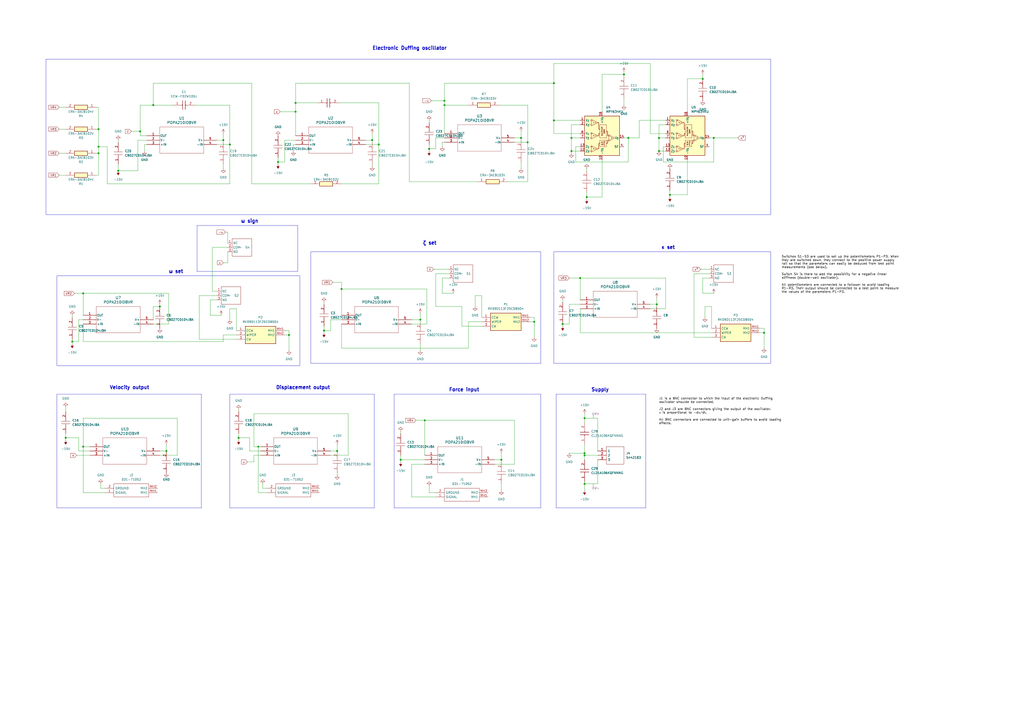
<source format=kicad_sch>
(kicad_sch (version 20230121) (generator eeschema)
  (paper "A2")
  (title_block (title "Electronic Duffing Oscillator") (date "March 2024") (rev "v 1.1") (company "University of Liège") (comment 1 "G. Raze") (comment 2 "CC BY 4.0 - https://github.com/GhislainRaze/Electronic-Duffing/"))
  (lib_symbols
    (symbol "031-71052:031-71052" (pin_names (offset 0.762))
      (property "Reference" "J" (at 26.67 7.62 0))
      (property "Value" "031-71052" (at 26.67 5.08 0))
      (symbol "031-71052_0_0"
        (pin passive line (at 0 -2.54 0) (length 5.08) (name "SIGNAL") (number "1"))
        (pin passive line (at 0 0 0) (length 5.08) (name "GROUND") (number "2"))
        (pin passive line (at 30.48 -2.54 180) (length 5.08) (name "MH1") (number "MH1"))
        (pin passive line (at 30.48 0 180) (length 5.08) (name "MH2") (number "MH2"))
      )
    )
    (symbol "2023-12-10_11-56-45:POPA210IDBVR" (pin_names (offset 0.254))
      (property "Reference" "U" (at 20.32 10.16 0))
      (property "Value" "POPA210IDBVR" (at 20.32 7.62 0))
      (symbol "POPA210IDBVR_0_1"
        (pin output line (at 0 0 0) (length 7.62) (name "OUT") (number "1"))
        (pin power_in line (at 0 -2.54 0) (length 7.62) (name "V-") (number "2"))
        (pin input line (at 0 -5.08 0) (length 7.62) (name "+IN") (number "3"))
        (pin input line (at 40.64 -5.08 180) (length 7.62) (name "-IN") (number "4"))
        (pin power_in line (at 40.64 -2.54 180) (length 7.62) (name "V+") (number "5"))
      )
    )
    (symbol "5442183:5442183" (pin_names (offset 0.762))
      (property "Reference" "J" (at 16.51 7.62 0))
      (property "Value" "5442183" (at 16.51 5.08 0))
      (symbol "5442183_0_0"
        (pin passive line (at 0 0 0) (length 5.08) (name "1") (number "1"))
        (pin passive line (at 0 -2.54 0) (length 5.08) (name "2") (number "2"))
        (pin passive line (at 0 -5.08 0) (length 5.08) (name "3") (number "3"))
      )
    )
    (symbol "Analog:MPY634KU"
      (property "Reference" "U" (at -10.16 13.97 0))
      (property "Value" "MPY634KU" (at 1.27 13.97 0))
      (symbol "MPY634KU_0_0"
        (text "+" (at -5.842 -5.207 0) (effects (font (size 0.635 0.635))))
        (text "+" (at -5.842 2.413 0) (effects (font (size 0.635 0.635))))
        (text "+" (at -5.715 10.033 0) (effects (font (size 0.635 0.635))))
        (text "+" (at 4.445 1.016 0) (effects (font (size 0.635 0.635))))
        (text "-" (at -5.842 -7.366 0) (effects (font (size 0.635 0.635))))
        (text "-" (at -5.842 0.254 0) (effects (font (size 0.635 0.635))))
        (text "-" (at -5.715 7.874 0) (effects (font (size 0.635 0.635))))
        (text "-" (at 4.445 -1.016 0) (effects (font (size 0.635 0.635))))
        (text "A" (at 5.588 0 0) (effects (font (size 0.635 0.635))))
        (text "V-I" (at -4.445 -6.35 0) (effects (font (size 0.635 0.635))))
        (text "V-I" (at -4.445 1.27 0) (effects (font (size 0.635 0.635))))
        (text "V-I" (at -4.318 8.89 0) (effects (font (size 0.635 0.635))))
      )
      (symbol "MPY634KU_1_0"
        (text "0.75" (at 0 -3.175 900) (effects (font (size 0.635 0.635))))
        (text "ATTEN" (at 1.27 -3.175 900) (effects (font (size 0.635 0.635))))
        (text "CORE" (at 1.27 3.81 900) (effects (font (size 0.635 0.635))))
        (text "MULTIPLIER" (at 0 3.81 900) (effects (font (size 0.635 0.635))))
      )
      (symbol "MPY634KU_1_1"
        (pin input line (at -12.7 10.16 0) (length 2.54) (name "X_{1}") (number "1"))
        (pin power_in line (at 0 -12.7 90) (length 2.54) (name "-V_{S}") (number "10"))
        (pin no_connect line (at 10.16 -2.54 180) (length 2.54) hide (name "NC") (number "11"))
        (pin input line (at -12.7 -7.62 0) (length 2.54) (name "Z_{2}") (number "12"))
        (pin input line (at -12.7 -5.08 0) (length 2.54) (name "Z_{1}") (number "13"))
        (pin output line (at 12.7 0 180) (length 2.54) (name "V_{O}") (number "14"))
        (pin no_connect line (at 10.16 -7.62 180) (length 2.54) hide (name "NC") (number "15"))
        (pin power_in line (at 0 15.24 270) (length 2.54) (name "+V_{S}") (number "16"))
        (pin input line (at -12.7 7.62 0) (length 2.54) (name "X_{2}") (number "2"))
        (pin no_connect line (at 10.16 10.16 180) (length 2.54) hide (name "NC") (number "3"))
        (pin passive line (at 12.7 -5.08 180) (length 2.54) (name "SF") (number "4"))
        (pin no_connect line (at 10.16 7.62 180) (length 2.54) hide (name "NC") (number "5"))
        (pin input line (at -12.7 2.54 0) (length 2.54) (name "Y_{1}") (number "6"))
        (pin input line (at -12.7 0 0) (length 2.54) (name "Y_{2}") (number "7"))
        (pin no_connect line (at 10.16 5.08 180) (length 2.54) hide (name "NC") (number "8"))
        (pin no_connect line (at 10.16 2.54 180) (length 2.54) hide (name "NC") (number "9"))
      )
    )
    (symbol "CB027C0104JBA:CB027C0104JBA" (pin_names (offset 0.762))
      (property "Reference" "C" (at 8.89 6.35 0))
      (property "Value" "CB027C0104JBA" (at 8.89 3.81 0))
      (symbol "CB027C0104JBA_0_0"
        (pin passive line (at 0 0 0) (length 5.08) (name "~") (number "1"))
        (pin passive line (at 12.7 0 180) (length 5.08) (name "~") (number "2"))
      )
    )
    (symbol "CL21A106KQFNNNG:CL21A106KQFNNNG" (pin_names hide)
      (property "Reference" "C" (at 8.89 6.35 0))
      (property "Value" "CL21A106KQFNNNG" (at 8.89 3.81 0))
      (symbol "CL21A106KQFNNNG_1_1"
        (pin passive line (at 0 0 0) (length 5.08) (name "1") (number "1"))
        (pin passive line (at 12.7 0 180) (length 5.08) (name "2") (number "2"))
      )
    )
    (symbol "ECW-FD2W105J:ECW-FD2W105J" (pin_names hide)
      (property "Reference" "C" (at 8.89 6.35 0))
      (property "Value" "ECW-FD2W105J" (at 8.89 3.81 0))
      (symbol "ECW-FD2W105J_1_1"
        (pin passive line (at 0 0 0) (length 5.08) (name "1") (number "1"))
        (pin passive line (at 12.7 0 180) (length 5.08) (name "2") (number "2"))
      )
    )
    (symbol "ERA-3AEB102V:ERA-3AEB102V" (pin_names hide)
      (property "Reference" "R" (at 13.97 6.35 0))
      (property "Value" "ERA-3AEB102V" (at 13.97 3.81 0))
      (symbol "ERA-3AEB102V_1_1"
        (pin passive line (at 0 0 0) (length 5.08) (name "1") (number "1"))
        (pin passive line (at 17.78 0 180) (length 5.08) (name "2") (number "2"))
      )
    )
    (symbol "ERA-3AEB103V:ERA-3AEB103V" (pin_names hide)
      (property "Reference" "R" (at 13.97 6.35 0))
      (property "Value" "ERA-3AEB103V" (at 13.97 3.81 0))
      (symbol "ERA-3AEB103V_1_1"
        (pin passive line (at 0 0 0) (length 5.08) (name "1") (number "1"))
        (pin passive line (at 17.78 0 180) (length 5.08) (name "2") (number "2"))
      )
    )
    (symbol "ERA-3AEB104V:ERA-3AEB104V" (pin_names hide)
      (property "Reference" "R" (at 13.97 6.35 0))
      (property "Value" "ERA-3AEB104V" (at 13.97 3.81 0))
      (symbol "ERA-3AEB104V_1_1"
        (pin passive line (at 0 0 0) (length 5.08) (name "1") (number "1"))
        (pin passive line (at 17.78 0 180) (length 5.08) (name "2") (number "2"))
      )
    )
    (symbol "KNITTER_MFP120:MFP120"
      (property "Reference" "S1" (at 2.54 0 0))
      (property "Value" "~" (at 0 0 0))
      (symbol "MFP120_1_1"
        (pin input line (at -7.62 2.54 0) (length 2.54) (name "NC") (number "1"))
        (pin input line (at -7.62 0 0) (length 2.54) (name "COM") (number "2"))
        (pin input line (at -7.62 -2.54 0) (length 2.54) (name "NO") (number "3"))
      )
    )
    (symbol "RK09D113F25C0B504:RK09D113F25C0B504"
      (property "Reference" "C" (at 24.13 7.62 0))
      (property "Value" "RK09D113F25C0B504" (at 24.13 5.08 0))
      (symbol "RK09D113F25C0B504_1_1"
        (pin passive line (at 0 0 0) (length 5.08) (name "CCW") (number "1"))
        (pin passive line (at 0 -2.54 0) (length 5.08) (name "WIPER") (number "2"))
        (pin passive line (at 0 -5.08 0) (length 5.08) (name "CW") (number "3"))
        (pin passive line (at 27.94 0 180) (length 5.08) (name "MH1") (number "MH1"))
        (pin passive line (at 27.94 -2.54 180) (length 5.08) (name "MH2") (number "MH2"))
      )
    )
    (symbol "power:+15V" (power) (pin_names (offset 0))
      (property "Value" "+15V" (at 0 3.556 0))
      (symbol "+15V_1_1"
        (pin power_in line (at 0 0 90) (length 0) hide (name "+15V") (number "1"))
      )
    )
    (symbol "power:-15V" (power) (pin_names (offset 0))
      (property "Value" "-15V" (at 0 3.81 0))
      (symbol "-15V_0_0"
        (pin power_in line (at 0 0 90) (length 0) hide (name "-15V") (number "1"))
      )
    )
    (symbol "power:GND" (power) (pin_names (offset 0))
      (property "Value" "GND" (at 0 -3.81 0))
      (symbol "GND_1_1"
        (pin power_in line (at 0 0 270) (length 0) hide (name "GND") (number "1"))
      )
    )
  )
  (junction (at 48.26 259.08))
  (junction (at 331.47 80.01))
  (junction (at 133.35 83.82))
  (junction (at 129.54 81.28))
  (junction (at 246.38 243.84))
  (junction (at 195.58 261.62))
  (junction (at 57.15 85.09))
  (junction (at 339.09 264.16))
  (junction (at 57.15 74.93))
  (junction (at 309.88 186.69))
  (junction (at 41.91 198.12))
  (junction (at 388.62 113.03))
  (junction (at 38.1 254))
  (junction (at 339.09 242.57))
  (junction (at 336.55 161.29))
  (junction (at 219.71 83.82))
  (junction (at 138.43 254))
  (junction (at 382.27 87.63))
  (junction (at 171.45 64.77))
  (junction (at 407.67 45.72))
  (junction (at 340.36 114.3))
  (junction (at 326.39 187.96))
  (junction (at 187.96 191.77))
  (junction (at 443.23 193.04))
  (junction (at 57.15 88.9))
  (junction (at 167.64 194.31))
  (junction (at 290.83 266.7))
  (junction (at 232.41 266.7))
  (junction (at 48.26 170.18))
  (junction (at 414.02 80.01))
  (junction (at 81.28 76.2))
  (junction (at 257.81 58.42))
  (junction (at 382.27 80.01))
  (junction (at 88.9 60.96))
  (junction (at 364.49 80.01))
  (junction (at 339.09 262.89))
  (junction (at 321.31 69.85))
  (junction (at 68.58 99.06))
  (junction (at 248.92 86.36))
  (junction (at 381 176.53))
  (junction (at 92.71 177.8))
  (junction (at 161.29 93.98))
  (junction (at 306.07 82.55))
  (junction (at 302.26 80.01))
  (junction (at 96.52 261.62))
  (junction (at 215.9 81.28))
  (junction (at 339.09 280.67))
  (junction (at 361.95 43.18))
  (junction (at 198.12 167.64))
  (junction (at 243.84 185.42))
  (junction (at 149.86 259.08))
  (junction (at 257.81 60.96))
  (junction (at 171.45 59.69))
  (junction (at 321.31 48.26))
  (junction (at 331.47 87.63))
  (wire (pts (xy 123.19 143.51) (xy 123.19 168.91)))
  (wire (pts (xy 382.27 87.63) (xy 386.08 87.63)))
  (wire (pts (xy 252.73 177.8) (xy 267.97 177.8)))
  (wire (pts (xy 411.48 80.01) (xy 414.02 80.01)))
  (wire (pts (xy 154.94 283.21) (xy 152.4 283.21)))
  (wire (pts (xy 340.36 97.79) (xy 340.36 99.06)))
  (wire (pts (xy 336.55 193.04) (xy 336.55 179.07)))
  (wire (pts (xy 165.1 81.28) (xy 165.1 93.98)))
  (wire (pts (xy 138.43 251.46) (xy 138.43 254)))
  (wire (pts (xy 149.86 285.75) (xy 149.86 259.08)))
  (wire (pts (xy 275.59 171.45) (xy 275.59 177.8)))
  (wire (pts (xy 92.71 176.53) (xy 92.71 177.8)))
  (wire (pts (xy 198.12 163.83) (xy 198.12 167.64)))
  (wire (pts (xy 130.81 134.62) (xy 132.08 134.62)))
  (wire (pts (xy 146.05 106.68) (xy 180.34 106.68)))
  (wire (pts (xy 398.78 45.72) (xy 407.67 45.72)))
  (wire (pts (xy 201.93 264.16) (xy 201.93 240.03)))
  (wire (pts (xy 68.58 81.28) (xy 68.58 82.55)))
  (wire (pts (xy 257.81 82.55) (xy 256.54 82.55)))
  (wire (pts (xy 88.9 187.96) (xy 97.79 187.96)))
  (wire (pts (xy 43.18 170.18) (xy 48.26 170.18)))
  (wire (pts (xy 125.73 83.82) (xy 133.35 83.82)))
  (wire (pts (xy 414.02 93.98) (xy 414.02 80.01)))
  (wire (pts (xy 247.65 167.64) (xy 198.12 167.64)))
  (wire (pts (xy 144.78 254) (xy 144.78 261.62)))
  (wire (pts (xy 248.92 281.94) (xy 248.92 285.75)))
  (wire (pts (xy 38.1 74.93) (xy 34.29 74.93)))
  (wire (pts (xy 48.26 242.57) (xy 48.26 259.08)))
  (wire (pts (xy 62.23 106.68) (xy 133.35 106.68)))
  (wire (pts (xy 215.9 95.25) (xy 215.9 96.52)))
  (wire (pts (xy 48.26 259.08) (xy 52.07 259.08)))
  (wire (pts (xy 238.76 185.42) (xy 243.84 185.42)))
  (wire (pts (xy 198.12 106.68) (xy 219.71 106.68)))
  (wire (pts (xy 57.15 62.23) (xy 55.88 62.23)))
  (wire (pts (xy 187.96 191.77) (xy 187.96 189.23)))
  (wire (pts (xy 154.94 285.75) (xy 149.86 285.75)))
  (wire (pts (xy 248.92 285.75) (xy 252.73 285.75)))
  (wire (pts (xy 339.09 240.03) (xy 339.09 242.57)))
  (wire (pts (xy 339.09 264.16) (xy 339.09 266.7)))
  (wire (pts (xy 346.71 261.62) (xy 346.71 242.57)))
  (wire (pts (xy 219.71 83.82) (xy 212.09 83.82)))
  (wire (pts (xy 398.78 92.71) (xy 398.78 113.03)))
  (wire (pts (xy 165.1 93.98) (xy 161.29 93.98)))
  (wire (pts (xy 252.73 288.29) (xy 238.76 288.29)))
  (wire (pts (xy 232.41 250.19) (xy 232.41 251.46)))
  (wire (pts (xy 302.26 76.2) (xy 302.26 80.01)))
  (wire (pts (xy 81.28 78.74) (xy 85.09 78.74)))
  (wire (pts (xy 171.45 59.69) (xy 184.15 59.69)))
  (wire (pts (xy 58.42 283.21) (xy 60.96 283.21)))
  (wire (pts (xy 80.01 81.28) (xy 80.01 99.06)))
  (wire (pts (xy 252.73 80.01) (xy 257.81 80.01)))
  (wire (pts (xy 402.59 158.75) (xy 402.59 195.58)))
  (wire (pts (xy 408.94 177.8) (xy 412.75 177.8)))
  (wire (pts (xy 414.02 170.18) (xy 407.67 170.18)))
  (wire (pts (xy 336.55 193.04) (xy 412.75 193.04)))
  (wire (pts (xy 165.1 191.77) (xy 167.64 191.77)))
  (wire (pts (xy 83.82 83.82) (xy 83.82 87.63)))
  (wire (pts (xy 443.23 193.04) (xy 443.23 201.93)))
  (wire (pts (xy 339.09 280.67) (xy 339.09 284.48)))
  (wire (pts (xy 171.45 59.69) (xy 171.45 64.77)))
  (wire (pts (xy 48.26 170.18) (xy 48.26 182.88)))
  (wire (pts (xy 133.35 179.07) (xy 137.16 179.07)))
  (wire (pts (xy 406.4 156.21) (xy 411.48 156.21)))
  (wire (pts (xy 257.81 48.26) (xy 321.31 48.26)))
  (wire (pts (xy 132.08 152.4) (xy 132.08 146.05)))
  (wire (pts (xy 298.45 269.24) (xy 298.45 243.84)))
  (wire (pts (xy 96.52 257.81) (xy 96.52 261.62)))
  (wire (pts (xy 256.54 161.29) (xy 260.35 161.29)))
  (wire (pts (xy 336.55 72.39) (xy 331.47 72.39)))
  (wire (pts (xy 309.88 184.15) (xy 309.88 186.69)))
  (wire (pts (xy 129.54 95.25) (xy 129.54 97.79)))
  (wire (pts (xy 162.56 64.77) (xy 171.45 64.77)))
  (wire (pts (xy 62.23 85.09) (xy 62.23 106.68)))
  (wire (pts (xy 57.15 62.23) (xy 57.15 74.93)))
  (wire (pts (xy 339.09 279.4) (xy 339.09 280.67)))
  (wire (pts (xy 257.81 48.26) (xy 257.81 58.42)))
  (wire (pts (xy 165.1 194.31) (xy 167.64 194.31)))
  (wire (pts (xy 85.09 83.82) (xy 83.82 83.82)))
  (wire (pts (xy 302.26 81.28) (xy 302.26 80.01)))
  (wire (pts (xy 151.13 261.62) (xy 144.78 261.62)))
  (wire (pts (xy 161.29 93.98) (xy 161.29 95.25)))
  (wire (pts (xy 57.15 85.09) (xy 62.23 85.09)))
  (wire (pts (xy 306.07 82.55) (xy 306.07 60.96)))
  (wire (pts (xy 167.64 194.31) (xy 167.64 203.2)))
  (wire (pts (xy 381 172.72) (xy 381 176.53)))
  (wire (pts (xy 45.72 198.12) (xy 41.91 198.12)))
  (wire (pts (xy 243.84 203.2) (xy 243.84 199.39)))
  (wire (pts (xy 92.71 264.16) (xy 102.87 264.16)))
  (wire (pts (xy 256.54 170.18) (xy 256.54 161.29)))
  (wire (pts (xy 88.9 60.96) (xy 100.33 60.96)))
  (wire (pts (xy 133.35 60.96) (xy 133.35 83.82)))
  (wire (pts (xy 302.26 97.79) (xy 302.26 93.98)))
  (wire (pts (xy 339.09 257.81) (xy 339.09 262.89)))
  (wire (pts (xy 331.47 72.39) (xy 331.47 80.01)))
  (wire (pts (xy 407.67 170.18) (xy 407.67 161.29)))
  (wire (pts (xy 41.91 198.12) (xy 41.91 199.39)))
  (wire (pts (xy 307.34 184.15) (xy 309.88 184.15)))
  (wire (pts (xy 370.84 80.01) (xy 364.49 80.01)))
  (wire (pts (xy 287.02 269.24) (xy 298.45 269.24)))
  (wire (pts (xy 326.39 187.96) (xy 326.39 189.23)))
  (wire (pts (xy 58.42 280.67) (xy 58.42 283.21)))
  (wire (pts (xy 241.3 243.84) (xy 246.38 243.84)))
  (wire (pts (xy 377.19 36.83) (xy 377.19 77.47)))
  (wire (pts (xy 331.47 87.63) (xy 336.55 87.63)))
  (wire (pts (xy 340.36 114.3) (xy 340.36 115.57)))
  (wire (pts (xy 275.59 171.45) (xy 279.4 171.45)))
  (wire (pts (xy 137.16 179.07) (xy 137.16 191.77)))
  (wire (pts (xy 321.31 48.26) (xy 321.31 69.85)))
  (wire (pts (xy 115.57 171.45) (xy 115.57 196.85)))
  (wire (pts (xy 411.48 158.75) (xy 402.59 158.75)))
  (wire (pts (xy 326.39 173.99) (xy 326.39 175.26)))
  (wire (pts (xy 149.86 259.08) (xy 151.13 259.08)))
  (wire (pts (xy 55.88 88.9) (xy 57.15 88.9)))
  (wire (pts (xy 38.1 251.46) (xy 38.1 254)))
  (wire (pts (xy 171.45 48.26) (xy 171.45 59.69)))
  (wire (pts (xy 152.4 283.21) (xy 152.4 280.67)))
  (wire (pts (xy 336.55 161.29) (xy 336.55 173.99)))
  (wire (pts (xy 170.18 83.82) (xy 171.45 83.82)))
  (wire (pts (xy 81.28 60.96) (xy 88.9 60.96)))
  (wire (pts (xy 57.15 88.9) (xy 57.15 85.09)))
  (wire (pts (xy 198.12 167.64) (xy 198.12 182.88)))
  (wire (pts (xy 171.45 64.77) (xy 171.45 78.74)))
  (wire (pts (xy 147.32 240.03) (xy 147.32 259.08)))
  (wire (pts (xy 382.27 80.01) (xy 382.27 87.63)))
  (wire (pts (xy 386.08 161.29) (xy 336.55 161.29)))
  (wire (pts (xy 38.1 254) (xy 38.1 255.27)))
  (wire (pts (xy 339.09 262.89) (xy 339.09 264.16)))
  (wire (pts (xy 294.64 105.41) (xy 306.07 105.41)))
  (wire (pts (xy 212.09 81.28) (xy 215.9 81.28)))
  (wire (pts (xy 398.78 113.03) (xy 388.62 113.03)))
  (wire (pts (xy 238.76 269.24) (xy 246.38 269.24)))
  (wire (pts (xy 232.41 264.16) (xy 232.41 266.7)))
  (wire (pts (xy 382.27 72.39) (xy 382.27 80.01)))
  (wire (pts (xy 384.81 93.98) (xy 414.02 93.98)))
  (wire (pts (xy 191.77 191.77) (xy 187.96 191.77)))
  (wire (pts (xy 133.35 83.82) (xy 133.35 106.68)))
  (wire (pts (xy 193.04 163.83) (xy 198.12 163.83)))
  (wire (pts (xy 161.29 91.44) (xy 161.29 93.98)))
  (wire (pts (xy 147.32 264.16) (xy 151.13 264.16)))
  (wire (pts (xy 330.2 262.89) (xy 339.09 262.89)))
  (wire (pts (xy 138.43 237.49) (xy 138.43 238.76)))
  (wire (pts (xy 113.03 60.96) (xy 133.35 60.96)))
  (wire (pts (xy 381 177.8) (xy 381 176.53)))
  (wire (pts (xy 252.73 158.75) (xy 252.73 177.8)))
  (wire (pts (xy 129.54 152.4) (xy 132.08 152.4)))
  (wire (pts (xy 191.77 264.16) (xy 201.93 264.16)))
  (wire (pts (xy 349.25 92.71) (xy 349.25 114.3)))
  (wire (pts (xy 414.02 80.01) (xy 427.99 80.01)))
  (wire (pts (xy 346.71 264.16) (xy 339.09 264.16)))
  (wire (pts (xy 215.9 82.55) (xy 215.9 81.28)))
  (wire (pts (xy 146.05 48.26) (xy 146.05 106.68)))
  (wire (pts (xy 407.67 161.29) (xy 411.48 161.29)))
  (wire (pts (xy 370.84 69.85) (xy 370.84 80.01)))
  (wire (pts (xy 321.31 36.83) (xy 321.31 48.26)))
  (wire (pts (xy 45.72 185.42) (xy 45.72 198.12)))
  (wire (pts (xy 121.92 182.88) (xy 121.92 173.99)))
  (wire (pts (xy 198.12 185.42) (xy 191.77 185.42)))
  (wire (pts (xy 191.77 261.62) (xy 195.58 261.62)))
  (wire (pts (xy 132.08 143.51) (xy 123.19 143.51)))
  (wire (pts (xy 187.96 191.77) (xy 187.96 193.04)))
  (wire (pts (xy 121.92 173.99) (xy 125.73 173.99)))
  (wire (pts (xy 81.28 60.96) (xy 81.28 76.2)))
  (wire (pts (xy 147.32 267.97) (xy 147.32 264.16)))
  (wire (pts (xy 321.31 69.85) (xy 321.31 77.47)))
  (wire (pts (xy 330.2 187.96) (xy 326.39 187.96)))
  (wire (pts (xy 402.59 195.58) (xy 412.75 195.58)))
  (wire (pts (xy 246.38 243.84) (xy 246.38 264.16)))
  (wire (pts (xy 191.77 185.42) (xy 191.77 191.77)))
  (wire (pts (xy 76.2 76.2) (xy 81.28 76.2)))
  (wire (pts (xy 232.41 266.7) (xy 246.38 266.7)))
  (wire (pts (xy 247.65 187.96) (xy 247.65 167.64)))
  (wire (pts (xy 340.36 111.76) (xy 340.36 114.3)))
  (wire (pts (xy 309.88 186.69) (xy 309.88 195.58)))
  (wire (pts (xy 298.45 243.84) (xy 246.38 243.84)))
  (wire (pts (xy 38.1 88.9) (xy 34.29 88.9)))
  (wire (pts (xy 196.85 59.69) (xy 219.71 59.69)))
  (wire (pts (xy 336.55 176.53) (xy 330.2 176.53)))
  (wire (pts (xy 68.58 95.25) (xy 68.58 99.06)))
  (wire (pts (xy 143.51 267.97) (xy 147.32 267.97)))
  (wire (pts (xy 388.62 110.49) (xy 388.62 113.03)))
  (wire (pts (xy 129.54 77.47) (xy 129.54 81.28)))
  (wire (pts (xy 290.83 280.67) (xy 290.83 284.48)))
  (wire (pts (xy 336.55 80.01) (xy 331.47 80.01)))
  (wire (pts (xy 243.84 181.61) (xy 243.84 185.42)))
  (wire (pts (xy 48.26 198.12) (xy 48.26 187.96)))
  (wire (pts (xy 170.18 83.82) (xy 170.18 87.63)))
  (wire (pts (xy 88.9 60.96) (xy 88.9 48.26)))
  (wire (pts (xy 412.75 177.8) (xy 412.75 190.5)))
  (wire (pts (xy 60.96 285.75) (xy 48.26 285.75)))
  (wire (pts (xy 349.25 114.3) (xy 340.36 114.3)))
  (wire (pts (xy 349.25 43.18) (xy 349.25 64.77)))
  (wire (pts (xy 38.1 254) (xy 45.72 254)))
  (wire (pts (xy 364.49 80.01) (xy 361.95 80.01)))
  (wire (pts (xy 370.84 69.85) (xy 386.08 69.85)))
  (wire (pts (xy 289.56 60.96) (xy 306.07 60.96)))
  (wire (pts (xy 92.71 261.62) (xy 96.52 261.62)))
  (wire (pts (xy 252.73 80.01) (xy 252.73 86.36)))
  (wire (pts (xy 57.15 74.93) (xy 55.88 74.93)))
  (wire (pts (xy 386.08 85.09) (xy 384.81 85.09)))
  (wire (pts (xy 443.23 190.5) (xy 443.23 193.04)))
  (wire (pts (xy 97.79 170.18) (xy 48.26 170.18)))
  (wire (pts (xy 81.28 76.2) (xy 81.28 78.74)))
  (wire (pts (xy 132.08 134.62) (xy 132.08 140.97)))
  (wire (pts (xy 287.02 266.7) (xy 290.83 266.7)))
  (wire (pts (xy 298.45 80.01) (xy 302.26 80.01)))
  (wire (pts (xy 198.12 201.93) (xy 198.12 187.96)))
  (wire (pts (xy 48.26 242.57) (xy 102.87 242.57)))
  (wire (pts (xy 321.31 36.83) (xy 377.19 36.83)))
  (wire (pts (xy 260.35 158.75) (xy 252.73 158.75)))
  (wire (pts (xy 267.97 177.8) (xy 267.97 189.23)))
  (wire (pts (xy 334.01 93.98) (xy 364.49 93.98)))
  (wire (pts (xy 133.35 179.07) (xy 133.35 185.42)))
  (wire (pts (xy 321.31 69.85) (xy 336.55 69.85)))
  (wire (pts (xy 398.78 45.72) (xy 398.78 64.77)))
  (wire (pts (xy 88.9 185.42) (xy 88.9 177.8)))
  (wire (pts (xy 382.27 80.01) (xy 386.08 80.01)))
  (wire (pts (xy 115.57 196.85) (xy 137.16 196.85)))
  (wire (pts (xy 80.01 99.06) (xy 68.58 99.06)))
  (wire (pts (xy 195.58 274.32) (xy 195.58 275.59)))
  (wire (pts (xy 80.01 81.28) (xy 85.09 81.28)))
  (wire (pts (xy 38.1 101.6) (xy 34.29 101.6)))
  (wire (pts (xy 336.55 85.09) (xy 334.01 85.09)))
  (wire (pts (xy 41.91 184.15) (xy 41.91 182.88)))
  (wire (pts (xy 45.72 261.62) (xy 52.07 261.62)))
  (wire (pts (xy 187.96 175.26) (xy 187.96 176.53)))
  (wire (pts (xy 306.07 105.41) (xy 306.07 82.55)))
  (wire (pts (xy 440.69 190.5) (xy 443.23 190.5)))
  (wire (pts (xy 248.92 86.36) (xy 248.92 87.63)))
  (wire (pts (xy 250.19 58.42) (xy 257.81 58.42)))
  (wire (pts (xy 407.67 43.18) (xy 407.67 45.72)))
  (wire (pts (xy 237.49 48.26) (xy 171.45 48.26)))
  (wire (pts (xy 45.72 254) (xy 45.72 261.62)))
  (wire (pts (xy 195.58 257.81) (xy 195.58 261.62)))
  (wire (pts (xy 238.76 269.24) (xy 238.76 288.29)))
  (wire (pts (xy 38.1 236.22) (xy 38.1 238.76)))
  (wire (pts (xy 88.9 48.26) (xy 146.05 48.26)))
  (wire (pts (xy 290.83 262.89) (xy 290.83 266.7)))
  (wire (pts (xy 440.69 193.04) (xy 443.23 193.04)))
  (wire (pts (xy 34.29 62.23) (xy 38.1 62.23)))
  (wire (pts (xy 330.2 176.53) (xy 330.2 187.96)))
  (wire (pts (xy 364.49 93.98) (xy 364.49 80.01)))
  (wire (pts (xy 336.55 77.47) (xy 321.31 77.47)))
  (wire (pts (xy 129.54 82.55) (xy 129.54 81.28)))
  (wire (pts (xy 243.84 186.69) (xy 243.84 185.42)))
  (wire (pts (xy 257.81 58.42) (xy 257.81 60.96)))
  (wire (pts (xy 262.89 170.18) (xy 256.54 170.18)))
  (wire (pts (xy 256.54 82.55) (xy 256.54 85.09)))
  (wire (pts (xy 279.4 171.45) (xy 279.4 184.15)))
  (wire (pts (xy 219.71 106.68) (xy 219.71 83.82)))
  (wire (pts (xy 149.86 259.08) (xy 147.32 259.08)))
  (wire (pts (xy 238.76 187.96) (xy 247.65 187.96)))
  (wire (pts (xy 346.71 266.7) (xy 346.71 280.67)))
  (wire (pts (xy 384.81 85.09) (xy 384.81 93.98)))
  (wire (pts (xy 232.41 266.7) (xy 232.41 267.97)))
  (wire (pts (xy 48.26 198.12) (xy 129.54 198.12)))
  (wire (pts (xy 361.95 57.15) (xy 361.95 60.96)))
  (wire (pts (xy 361.95 43.18) (xy 361.95 44.45)))
  (wire (pts (xy 334.01 85.09) (xy 334.01 93.98)))
  (wire (pts (xy 251.46 156.21) (xy 260.35 156.21)))
  (wire (pts (xy 48.26 185.42) (xy 45.72 185.42)))
  (wire (pts (xy 129.54 194.31) (xy 137.16 194.31)))
  (wire (pts (xy 55.88 101.6) (xy 57.15 101.6)))
  (wire (pts (xy 271.78 201.93) (xy 198.12 201.93)))
  (wire (pts (xy 388.62 113.03) (xy 388.62 114.3)))
  (wire (pts (xy 57.15 101.6) (xy 57.15 88.9)))
  (wire (pts (xy 408.94 177.8) (xy 408.94 184.15)))
  (wire (pts (xy 129.54 198.12) (xy 129.54 194.31)))
  (wire (pts (xy 331.47 80.01) (xy 331.47 87.63)))
  (wire (pts (xy 386.08 179.07) (xy 386.08 161.29)))
  (wire (pts (xy 307.34 186.69) (xy 309.88 186.69)))
  (wire (pts (xy 123.19 168.91) (xy 125.73 168.91)))
  (wire (pts (xy 171.45 81.28) (xy 165.1 81.28)))
  (wire (pts (xy 377.19 179.07) (xy 386.08 179.07)))
  (wire (pts (xy 276.86 105.41) (xy 237.49 105.41)))
  (wire (pts (xy 257.81 60.96) (xy 257.81 77.47)))
  (wire (pts (xy 237.49 105.41) (xy 237.49 48.26)))
  (wire (pts (xy 267.97 189.23) (xy 279.4 189.23)))
  (wire (pts (xy 248.92 83.82) (xy 248.92 86.36)))
  (wire (pts (xy 44.45 264.16) (xy 52.07 264.16)))
  (wire (pts (xy 271.78 60.96) (xy 257.81 60.96)))
  (wire (pts (xy 330.2 161.29) (xy 336.55 161.29)))
  (wire (pts (xy 377.19 77.47) (xy 386.08 77.47)))
  (wire (pts (xy 252.73 86.36) (xy 248.92 86.36)))
  (wire (pts (xy 88.9 177.8) (xy 92.71 177.8)))
  (wire (pts (xy 339.09 242.57) (xy 339.09 245.11)))
  (wire (pts (xy 298.45 82.55) (xy 306.07 82.55)))
  (wire (pts (xy 361.95 41.91) (xy 361.95 43.18)))
  (wire (pts (xy 102.87 264.16) (xy 102.87 242.57)))
  (wire (pts (xy 57.15 74.93) (xy 57.15 85.09)))
  (wire (pts (xy 290.83 266.7) (xy 290.83 267.97)))
  (wire (pts (xy 201.93 240.03) (xy 147.32 240.03)))
  (wire (pts (xy 48.26 259.08) (xy 48.26 285.75)))
  (wire (pts (xy 97.79 187.96) (xy 97.79 170.18)))
  (wire (pts (xy 125.73 81.28) (xy 129.54 81.28)))
  (wire (pts (xy 331.47 87.63) (xy 331.47 88.9)))
  (wire (pts (xy 271.78 186.69) (xy 279.4 186.69)))
  (wire (pts (xy 271.78 201.93) (xy 271.78 186.69)))
  (wire (pts (xy 346.71 280.67) (xy 339.09 280.67)))
  (wire (pts (xy 41.91 196.85) (xy 41.91 198.12)))
  (wire (pts (xy 115.57 171.45) (xy 125.73 171.45)))
  (wire (pts (xy 219.71 59.69) (xy 219.71 83.82)))
  (wire (pts (xy 386.08 72.39) (xy 382.27 72.39)))
  (wire (pts (xy 346.71 242.57) (xy 339.09 242.57)))
  (wire (pts (xy 144.78 254) (xy 138.43 254)))
  (wire (pts (xy 128.27 182.88) (xy 121.92 182.88)))
  (wire (pts (xy 248.92 69.85) (xy 248.92 71.12)))
  (wire (pts (xy 215.9 77.47) (xy 215.9 81.28)))
  (wire (pts (xy 349.25 43.18) (xy 361.95 43.18)))
  (wire (pts (xy 138.43 254) (xy 138.43 255.27)))
  (wire (pts (xy 167.64 191.77) (xy 167.64 194.31)))
  (wire (pts (xy 377.19 176.53) (xy 381 176.53)))
  (rectangle (start 33.02 228.6) (end 116.84 294.64))
  (rectangle (start 114.3 130.81) (end 172.72 157.48))
  (rectangle (start 180.34 146.05) (end 313.69 210.82))
  (rectangle (start 26.67 34.29) (end 447.04 124.46))
  (rectangle (start 33.02 160.02) (end 173.99 212.09))
  (rectangle (start 321.31 146.05) (end 447.04 210.82))
  (rectangle (start 133.35 228.6) (end 217.17 294.64))
  (rectangle (start 228.6 228.6) (end 313.69 294.64))
  (rectangle (start 322.58 228.6) (end 374.65 294.64))
  (text "ω set" (at 97.79 158.75 0) (effects (font (size 2 2) (thickness 0.4) bold) (justify left bottom)))
  (text "κ set" (at 383.54 144.78 0) (effects (font (size 2 2) (thickness 0.4) bold) (justify left bottom)))
  (text "ω sign" (at 139.7 129.54 0) (effects (font (size 2 2) (thickness 0.4) bold) (justify left bottom)))
  (text "Force input" (at 260.35 227.33 0) (effects (font (size 2 2) (thickness 0.4) bold) (justify left bottom)))
  (text "J1 is a BNC connector to which the input of the electronic Duffing\noscillator shoulde be connected.\n\nJ2 and J3 are BNC connectors giving the output of the oscillator.\nv is proportional to -dx/dt.\n\nAll BNC connectors are connected to unit-gain buffers to avoid loading\neffects." (at 382.27 246.38 0) (effects (font (size 1.27 1.27)) (justify left bottom)))
  (text "Switches S1-S3 are used to set up the potentiometers P1-P3. When\nthey are switched down, they connect to the positive power supply\nrail so that the parameters can easily be deduced from test point \nmeasurements (see below).\n\nSwitch S4 is there to add the possibility for a negative linear\nstiffness (double-well oscillator).\n\nAll potentiometers are connected to a follower to avoid loading\nR1-R3. Their output should be connected to a test point to measure\nthe values of the parameters P1-P3." (at 453.39 170.18 0) (effects (font (size 1.27 1.27)) (justify left bottom)))
  (text "ζ set" (at 245.11 142.24 0) (effects (font (size 2 2) (thickness 0.4) bold) (justify left bottom)))
  (text "Supply" (at 342.9 227.33 0) (effects (font (size 2 2) (thickness 0.4) bold) (justify left bottom)))
  (text "Displacement output" (at 160.02 226.06 0) (effects (font (size 2 2) (thickness 0.4) bold) (justify left bottom)))
  (text "Velocity output" (at 63.5 226.06 0) (effects (font (size 2 2) (thickness 0.4) bold) (justify left bottom)))
  (text "Electronic Duffing oscillator" (at 215.9 29.21 0) (effects (font (size 2 2) (thickness 0.4) bold) (justify left bottom)))
  (global_label "VR3" (shape input) (at 330.2 161.29 180) (property "Intersheetrefs" "${INTERSHEET_REFS}" (effects hide)))
  (global_label "x" (shape input) (at 143.51 267.97 180) (property "Intersheetrefs" "${INTERSHEET_REFS}" (effects hide)))
  (global_label "VR3" (shape input) (at 34.29 74.93 180) (property "Intersheetrefs" "${INTERSHEET_REFS}" (effects hide)))
  (global_label "V" (shape input) (at 44.45 264.16 180) (property "Intersheetrefs" "${INTERSHEET_REFS}" (effects hide)))
  (global_label "VR4" (shape input) (at 34.29 62.23 180) (property "Intersheetrefs" "${INTERSHEET_REFS}" (effects hide)))
  (global_label "x" (shape input) (at 162.56 64.77 180) (property "Intersheetrefs" "${INTERSHEET_REFS}" (effects hide)))
  (global_label "V" (shape input) (at 251.46 156.21 180) (property "Intersheetrefs" "${INTERSHEET_REFS}" (effects hide)))
  (global_label "x" (shape input) (at 129.54 152.4 180) (property "Intersheetrefs" "${INTERSHEET_REFS}" (effects hide)))
  (global_label "-x" (shape input) (at 130.81 134.62 180) (property "Intersheetrefs" "${INTERSHEET_REFS}" (effects hide)))
  (global_label "VR1" (shape input) (at 193.04 163.83 180) (property "Intersheetrefs" "${INTERSHEET_REFS}" (effects hide)))
  (global_label "VR4" (shape input) (at 241.3 243.84 180) (property "Intersheetrefs" "${INTERSHEET_REFS}" (effects hide)))
  (global_label "-x" (shape input) (at 250.19 58.42 180) (property "Intersheetrefs" "${INTERSHEET_REFS}" (effects hide)))
  (global_label "VR2" (shape input) (at 34.29 88.9 180) (property "Intersheetrefs" "${INTERSHEET_REFS}" (effects hide)))
  (global_label "VR2" (shape input) (at 43.18 170.18 180) (property "Intersheetrefs" "${INTERSHEET_REFS}" (effects hide)))
  (global_label "x³" (shape input) (at 427.99 80.01 0) (property "Intersheetrefs" "${INTERSHEET_REFS}" (effects hide)))
  (global_label "x³" (shape input) (at 406.4 156.21 180) (property "Intersheetrefs" "${INTERSHEET_REFS}" (effects hide)))
  (global_label "VR1" (shape input) (at 34.29 101.6 180) (property "Intersheetrefs" "${INTERSHEET_REFS}" (effects hide)))
  (global_label "V" (shape input) (at 76.2 76.2 180) (property "Intersheetrefs" "${INTERSHEET_REFS}" (effects hide)))
  (netclass_flag "" (length 2.54) (shape round) (at 344.17 242.57 0) (property "Netclass" "V+" (at 344.8685 240.03 0) (effects (font italic) (justify left))))
  (netclass_flag "" (length 2.54) (shape round) (at 344.17 280.67 180) (property "Netclass" "V-" (at 344.8685 283.21 0) (effects (font italic) (justify left))))
  (symbol (lib_id "KNITTER_MFP120:MFP120") (at 267.97 158.75 0) (unit 1)
    (property "Reference" "S1" (at 270.51 158.75 0) (effects (justify left)))
    (property "Value" "~" (at 267.97 158.75 0))
    (property "Footprint" "KNITTER_MFP120:MFP120" (effects hide))
  )
  (symbol (lib_id "power:+15V") (at 128.27 182.88 0) (unit 1)
    (property "Reference" "#PWR060" (effects hide))
    (property "Value" "+15V" (at 128.27 177.8 0))
  )
  (symbol (lib_id "power:GND") (at 92.71 190.5 0) (unit 1)
    (property "Reference" "#PWR035" (effects hide))
    (property "Value" "GND" (at 92.71 195.58 0))
  )
  (symbol (lib_id "Analog:MPY634KU") (at 398.78 80.01 0) (unit 1)
    (property "Reference" "U5" (at 400.9741 62.23 0) (effects (justify left)))
    (property "Value" "MPY634KU" (at 400.9741 64.77 0) (effects (justify left)))
    (property "Footprint" "Package_SO:SOIC-16W_7.5x10.3mm_P1.27mm" (effects hide))
    (property "Datasheet" "http://www.ti.com/lit/ds/symlink/mpy634.pdf" (effects hide))
  )
  (symbol (lib_id "CB027C0104JBA:CB027C0104JBA") (at 248.92 83.82 90) (unit 1)
    (property "Reference" "C23" (at 252.73 76.2 90) (effects (justify right)))
    (property "Value" "CB027C0104JBA" (at 252.73 78.74 90) (effects (justify right)))
    (property "Footprint" "CAPC3325X230N" (effects hide))
    (property "Datasheet" "http://datasheets.avx.com/cb-pen.pdf" (effects hide))
    (property "Description" "AVX - CB027C0104JBA - CAP, 0.1F, 25V, 5%, PEN, 1210, SMD" (effects hide))
    (property "Height" "2.3" (effects hide))
    (property "Mouser Part Number" "581-CB027C0104JBA" (effects hide))
    (property "Mouser Price/Stock" "https://www.mouser.co.uk/ProductDetail/AVX/CB027C0104JBA/?qs=UXhlerwTV6T%2FhDOqaizVKA%3D%3D" (effects hide))
    (property "Manufacturer_Name" "AVX" (effects hide))
    (property "Manufacturer_Part_Number" "CB027C0104JBA" (effects hide))
  )
  (symbol (lib_id "ERA-3AEB103V:ERA-3AEB103V") (at 271.78 60.96 0) (unit 1)
    (property "Reference" "R7" (at 280.67 54.61 0))
    (property "Value" "ERA-3AEB103V" (at 280.67 57.15 0))
    (property "Footprint" "ERA3AEB101V" (effects hide))
    (property "Datasheet" "https://industrial.panasonic.com/cdbs/www-data/pdf/RDM0000/AOA0000C307.pdf" (effects hide))
    (property "Height" "0.55" (effects hide))
    (property "Mouser Part Number" "667-ERA-3AEB103V" (effects hide))
    (property "Mouser Price/Stock" "https://www.mouser.co.uk/ProductDetail/Panasonic/ERA-3AEB103V?qs=1VWA5LkbEaprA2zo9bMIGA%3D%3D" (effects hide))
    (property "Manufacturer_Name" "Panasonic" (effects hide))
    (property "Manufacturer_Part_Number" "ERA-3AEB103V" (effects hide))
  )
  (symbol (lib_id "CB027C0104JBA:CB027C0104JBA") (at 161.29 91.44 90) (unit 1)
    (property "Reference" "C22" (at 165.1 83.82 90) (effects (justify right)))
    (property "Value" "CB027C0104JBA" (at 165.1 86.36 90) (effects (justify right)))
    (property "Footprint" "CAPC3325X230N" (effects hide))
    (property "Datasheet" "http://datasheets.avx.com/cb-pen.pdf" (effects hide))
    (property "Description" "AVX - CB027C0104JBA - CAP, 0.1F, 25V, 5%, PEN, 1210, SMD" (effects hide))
    (property "Height" "2.3" (effects hide))
    (property "Mouser Part Number" "581-CB027C0104JBA" (effects hide))
    (property "Mouser Price/Stock" "https://www.mouser.co.uk/ProductDetail/AVX/CB027C0104JBA/?qs=UXhlerwTV6T%2FhDOqaizVKA%3D%3D" (effects hide))
    (property "Manufacturer_Name" "AVX" (effects hide))
    (property "Manufacturer_Part_Number" "CB027C0104JBA" (effects hide))
  )
  (symbol (lib_id "CB027C0104JBA:CB027C0104JBA") (at 361.95 57.15 90) (unit 1)
    (property "Reference" "C11" (at 365.76 49.53 90) (effects (justify right)))
    (property "Value" "CB027C0104JBA" (at 365.76 52.07 90) (effects (justify right)))
    (property "Footprint" "CAPC3325X230N" (effects hide))
    (property "Datasheet" "http://datasheets.avx.com/cb-pen.pdf" (effects hide))
    (property "Description" "AVX - CB027C0104JBA - CAP, 0.1F, 25V, 5%, PEN, 1210, SMD" (effects hide))
    (property "Height" "2.3" (effects hide))
    (property "Mouser Part Number" "581-CB027C0104JBA" (effects hide))
    (property "Mouser Price/Stock" "https://www.mouser.co.uk/ProductDetail/AVX/CB027C0104JBA/?qs=UXhlerwTV6T%2FhDOqaizVKA%3D%3D" (effects hide))
    (property "Manufacturer_Name" "AVX" (effects hide))
    (property "Manufacturer_Part_Number" "CB027C0104JBA" (effects hide))
  )
  (symbol (lib_id "power:-15V") (at 340.36 115.57 180) (unit 1)
    (property "Reference" "#PWR039" (effects hide))
    (property "Value" "-15V" (at 340.36 120.65 0))
  )
  (symbol (lib_id "power:+15V") (at 381 172.72 0) (unit 1)
    (property "Reference" "#PWR019" (effects hide))
    (property "Value" "+15V" (at 381 167.64 0))
  )
  (symbol (lib_id "power:-15V") (at 161.29 95.25 180) (unit 1)
    (property "Reference" "#PWR037" (effects hide))
    (property "Value" "-15V" (at 161.29 100.33 0))
  )
  (symbol (lib_id "power:-15V") (at 339.09 284.48 180) (unit 1)
    (property "Reference" "#PWR056" (effects hide))
    (property "Value" "-15V" (at 339.09 289.56 0))
  )
  (symbol (lib_id "CB027C0104JBA:CB027C0104JBA") (at 68.58 95.25 90) (unit 1)
    (property "Reference" "C20" (at 72.39 87.63 90) (effects (justify right)))
    (property "Value" "CB027C0104JBA" (at 72.39 90.17 90) (effects (justify right)))
    (property "Footprint" "CAPC3325X230N" (effects hide))
    (property "Datasheet" "http://datasheets.avx.com/cb-pen.pdf" (effects hide))
    (property "Description" "AVX - CB027C0104JBA - CAP, 0.1F, 25V, 5%, PEN, 1210, SMD" (effects hide))
    (property "Height" "2.3" (effects hide))
    (property "Mouser Part Number" "581-CB027C0104JBA" (effects hide))
    (property "Mouser Price/Stock" "https://www.mouser.co.uk/ProductDetail/AVX/CB027C0104JBA/?qs=UXhlerwTV6T%2FhDOqaizVKA%3D%3D" (effects hide))
    (property "Manufacturer_Name" "AVX" (effects hide))
    (property "Manufacturer_Part_Number" "CB027C0104JBA" (effects hide))
  )
  (symbol (lib_id "KNITTER_MFP120:MFP120") (at 133.35 171.45 0) (unit 1)
    (property "Reference" "S2" (at 135.89 171.45 0) (effects (justify left)))
    (property "Value" "~" (at 133.35 171.45 0))
    (property "Footprint" "KNITTER_MFP120:MFP120" (effects hide))
  )
  (symbol (lib_id "RK09D113F25C0B504:RK09D113F25C0B504") (at 137.16 191.77 0) (unit 1)
    (property "Reference" "P2" (at 151.13 184.15 0))
    (property "Value" "RK09D113F25C0B504" (at 151.13 186.69 0))
    (property "Footprint" "RK09D113F25C0B504" (effects hide))
    (property "Datasheet" "https://www.google.com/url?sa=t&rct=j&q=&esrc=s&source=web&cd=&ved=2ahUKEwjZ4p3nqJP2AhUPHxoKHa9WDbsQFnoECAkQAQ&url=https%3A%2F%2Ftech.alpsalpine.com%2Fprod%2Fe%2Fpdf%2Fpotentiometer%2Frotarypotentiometers%2Frk09k%2Frk09k.pdf&usg=AOvVaw1V8Li5X_BevBLehA-3mp" (effects hide))
    (property "Height" "25" (effects hide))
    (property "Mouser Part Number" "688-RK09D113F25-500K" (effects hide))
    (property "Mouser Price/Stock" "https://www.mouser.co.uk/ProductDetail/Alps-Alpine/RK09D113F25C0B504?qs=7Sb4WzetO8%252B4m0Y%252B8hcNJw%3D%3D" (effects hide))
    (property "Manufacturer_Name" "ALPS Electric" (effects hide))
    (property "Manufacturer_Part_Number" "RK09D113F25C0B504" (effects hide))
  )
  (symbol (lib_id "power:GND") (at 138.43 237.49 180) (unit 1)
    (property "Reference" "#PWR022" (effects hide))
    (property "Value" "GND" (at 138.43 232.41 0))
  )
  (symbol (lib_id "CB027C0104JBA:CB027C0104JBA") (at 129.54 95.25 90) (unit 1)
    (property "Reference" "C19" (at 133.35 87.63 90) (effects (justify right)))
    (property "Value" "CB027C0104JBA" (at 133.35 90.17 90) (effects (justify right)))
    (property "Footprint" "CAPC3325X230N" (effects hide))
    (property "Datasheet" "http://datasheets.avx.com/cb-pen.pdf" (effects hide))
    (property "Description" "AVX - CB027C0104JBA - CAP, 0.1F, 25V, 5%, PEN, 1210, SMD" (effects hide))
    (property "Height" "2.3" (effects hide))
    (property "Mouser Part Number" "581-CB027C0104JBA" (effects hide))
    (property "Mouser Price/Stock" "https://www.mouser.co.uk/ProductDetail/AVX/CB027C0104JBA/?qs=UXhlerwTV6T%2FhDOqaizVKA%3D%3D" (effects hide))
    (property "Manufacturer_Name" "AVX" (effects hide))
    (property "Manufacturer_Part_Number" "CB027C0104JBA" (effects hide))
  )
  (symbol (lib_id "CL21A106KQFNNNG:CL21A106KQFNNNG") (at 339.09 279.4 90) (unit 1)
    (property "Reference" "C29" (at 342.9 271.78 90) (effects (justify right)))
    (property "Value" "CL21A106KQFNNNG" (at 342.9 274.32 90) (effects (justify right)))
    (property "Footprint" "CAPC2012X135N" (effects hide))
    (property "Datasheet" "https://octopart.com/cl21a106kpfnnne-samsung-9301557?gclid=EAIaIQobChMIppmoo53d5wIV14XVCh0LRA8uEAAYAiAAEgJJyPD_BwE" (effects hide))
    (property "Height" "1.35" (effects hide))
    (property "Mouser Part Number" "187-CL21A106KQFNNNG" (effects hide))
    (property "Mouser Price/Stock" "https://www.mouser.co.uk/ProductDetail/Samsung-Electro-Mechanics/CL21A106KQFNNNG?qs=hqM3L16%252Bxle4yU%252BqidqWig%3D%3D" (effects hide))
    (property "Manufacturer_Name" "SAMSUNG" (effects hide))
    (property "Manufacturer_Part_Number" "CL21A106KQFNNNG" (effects hide))
  )
  (symbol (lib_id "CB027C0104JBA:CB027C0104JBA") (at 38.1 251.46 90) (unit 1)
    (property "Reference" "C16" (at 41.91 243.84 90) (effects (justify right)))
    (property "Value" "CB027C0104JBA" (at 41.91 246.38 90) (effects (justify right)))
    (property "Footprint" "CAPC3325X230N" (effects hide))
    (property "Datasheet" "http://datasheets.avx.com/cb-pen.pdf" (effects hide))
    (property "Description" "AVX - CB027C0104JBA - CAP, 0.1F, 25V, 5%, PEN, 1210, SMD" (effects hide))
    (property "Height" "2.3" (effects hide))
    (property "Mouser Part Number" "581-CB027C0104JBA" (effects hide))
    (property "Mouser Price/Stock" "https://www.mouser.co.uk/ProductDetail/AVX/CB027C0104JBA/?qs=UXhlerwTV6T%2FhDOqaizVKA%3D%3D" (effects hide))
    (property "Manufacturer_Name" "AVX" (effects hide))
    (property "Manufacturer_Part_Number" "CB027C0104JBA" (effects hide))
  )
  (symbol (lib_id "power:GND") (at 68.58 81.28 180) (unit 1)
    (property "Reference" "#PWR025" (effects hide))
    (property "Value" "GND" (at 68.58 76.2 0))
  )
  (symbol (lib_id "power:+15V") (at 96.52 257.81 0) (unit 1)
    (property "Reference" "#PWR014" (effects hide))
    (property "Value" "+15V" (at 96.52 252.73 0))
  )
  (symbol (lib_id "2023-12-10_11-56-45:POPA210IDBVR") (at 151.13 259.08 0) (unit 1)
    (property "Reference" "U9" (at 171.45 248.92 0) (effects (font (size 1.524 1.524))))
    (property "Value" "POPA210IDBVR" (at 171.45 251.46 0) (effects (font (size 1.524 1.524))))
    (property "Footprint" "SOT23_DBV_TEX" (effects hide))
    (property "Datasheet" "POPA210IDBVR" (effects hide))
  )
  (symbol (lib_id "power:GND") (at 215.9 96.52 0) (unit 1)
    (property "Reference" "#PWR047" (effects hide))
    (property "Value" "GND" (at 215.9 101.6 0))
  )
  (symbol (lib_id "ECW-FD2W105J:ECW-FD2W105J") (at 184.15 59.69 0) (unit 1)
    (property "Reference" "C2" (effects hide))
    (property "Value" "ECW-FD2W105J" (effects hide))
    (property "Footprint" "ECWFD2W105J" (effects hide))
    (property "Datasheet" "https://industrial.panasonic.com/cdbs/www-data/pdf/RDI0000/ABD0000C255.pdf" (effects hide))
    (property "Height" "11" (effects hide))
    (property "Mouser Part Number" "667-ECW-FD2W105J" (effects hide))
    (property "Mouser Price/Stock" "https://www.mouser.co.uk/ProductDetail/Panasonic/ECW-FD2W105J?qs=qeco7YeAuFAUNtGajKW2fQ%3D%3D" (effects hide))
    (property "Manufacturer_Name" "Panasonic" (effects hide))
    (property "Manufacturer_Part_Number" "ECW-FD2W105J" (effects hide))
  )
  (symbol (lib_id "CB027C0104JBA:CB027C0104JBA") (at 302.26 93.98 90) (unit 1)
    (property "Reference" "C24" (at 306.07 86.36 90) (effects (justify right)))
    (property "Value" "CB027C0104JBA" (at 306.07 88.9 90) (effects (justify right)))
    (property "Footprint" "CAPC3325X230N" (effects hide))
    (property "Datasheet" "http://datasheets.avx.com/cb-pen.pdf" (effects hide))
    (property "Description" "AVX - CB027C0104JBA - CAP, 0.1F, 25V, 5%, PEN, 1210, SMD" (effects hide))
    (property "Height" "2.3" (effects hide))
    (property "Mouser Part Number" "581-CB027C0104JBA" (effects hide))
    (property "Mouser Price/Stock" "https://www.mouser.co.uk/ProductDetail/AVX/CB027C0104JBA/?qs=UXhlerwTV6T%2FhDOqaizVKA%3D%3D" (effects hide))
    (property "Manufacturer_Name" "AVX" (effects hide))
    (property "Manufacturer_Part_Number" "CB027C0104JBA" (effects hide))
  )
  (symbol (lib_id "power:-15V") (at 248.92 87.63 180) (unit 1)
    (property "Reference" "#PWR038" (effects hide))
    (property "Value" "-15V" (at 248.92 93.98 0))
  )
  (symbol (lib_id "power:GND") (at 309.88 195.58 0) (unit 1)
    (property "Reference" "#PWR062" (effects hide))
    (property "Value" "GND" (at 309.88 200.66 0))
  )
  (symbol (lib_id "power:+15V") (at 129.54 77.47 0) (unit 1)
    (property "Reference" "#PWR027" (effects hide))
    (property "Value" "+15V" (at 129.54 72.39 0))
  )
  (symbol (lib_id "2023-12-10_11-56-45:POPA210IDBVR") (at 336.55 173.99 0) (unit 1)
    (property "Reference" "U8" (at 356.87 163.83 0) (effects (font (size 1.524 1.524))))
    (property "Value" "POPA210IDBVR" (at 356.87 166.37 0) (effects (font (size 1.524 1.524))))
    (property "Footprint" "SOT23_DBV_TEX" (effects hide))
    (property "Datasheet" "POPA210IDBVR" (effects hide))
  )
  (symbol (lib_id "RK09D113F25C0B504:RK09D113F25C0B504") (at 279.4 184.15 0) (unit 1)
    (property "Reference" "P1" (at 293.37 176.53 0))
    (property "Value" "RK09D113F25C0B504" (at 293.37 179.07 0))
    (property "Footprint" "RK09D113F25C0B504" (effects hide))
    (property "Datasheet" "https://www.google.com/url?sa=t&rct=j&q=&esrc=s&source=web&cd=&ved=2ahUKEwjZ4p3nqJP2AhUPHxoKHa9WDbsQFnoECAkQAQ&url=https%3A%2F%2Ftech.alpsalpine.com%2Fprod%2Fe%2Fpdf%2Fpotentiometer%2Frotarypotentiometers%2Frk09k%2Frk09k.pdf&usg=AOvVaw1V8Li5X_BevBLehA-3mp" (effects hide))
    (property "Height" "25" (effects hide))
    (property "Mouser Part Number" "688-RK09D113F25-500K" (effects hide))
    (property "Mouser Price/Stock" "https://www.mouser.co.uk/ProductDetail/Alps-Alpine/RK09D113F25C0B504?qs=7Sb4WzetO8%252B4m0Y%252B8hcNJw%3D%3D" (effects hide))
    (property "Manufacturer_Name" "ALPS Electric" (effects hide))
    (property "Manufacturer_Part_Number" "RK09D113F25C0B504" (effects hide))
  )
  (symbol (lib_id "power:GND") (at 232.41 250.19 180) (unit 1)
    (property "Reference" "#PWR029" (effects hide))
    (property "Value" "GND" (at 232.41 245.11 0))
  )
  (symbol (lib_id "CB027C0104JBA:CB027C0104JBA") (at 243.84 199.39 90) (unit 1)
    (property "Reference" "C4" (at 247.65 191.77 90) (effects (justify right)))
    (property "Value" "CB027C0104JBA" (at 247.65 194.31 90) (effects (justify right)))
    (property "Footprint" "CAPC3325X230N" (effects hide))
    (property "Datasheet" "http://datasheets.avx.com/cb-pen.pdf" (effects hide))
    (property "Description" "AVX - CB027C0104JBA - CAP, 0.1F, 25V, 5%, PEN, 1210, SMD" (effects hide))
    (property "Height" "2.3" (effects hide))
    (property "Mouser Part Number" "581-CB027C0104JBA" (effects hide))
    (property "Mouser Price/Stock" "https://www.mouser.co.uk/ProductDetail/AVX/CB027C0104JBA/?qs=UXhlerwTV6T%2FhDOqaizVKA%3D%3D" (effects hide))
    (property "Manufacturer_Name" "AVX" (effects hide))
    (property "Manufacturer_Part_Number" "CB027C0104JBA" (effects hide))
  )
  (symbol (lib_id "CB027C0104JBA:CB027C0104JBA") (at 232.41 264.16 90) (unit 1)
    (property "Reference" "C13" (at 236.22 256.54 90) (effects (justify right)))
    (property "Value" "CB027C0104JBA" (at 236.22 259.08 90) (effects (justify right)))
    (property "Footprint" "CAPC3325X230N" (effects hide))
    (property "Datasheet" "http://datasheets.avx.com/cb-pen.pdf" (effects hide))
    (property "Description" "AVX - CB027C0104JBA - CAP, 0.1F, 25V, 5%, PEN, 1210, SMD" (effects hide))
    (property "Height" "2.3" (effects hide))
    (property "Mouser Part Number" "581-CB027C0104JBA" (effects hide))
    (property "Mouser Price/Stock" "https://www.mouser.co.uk/ProductDetail/AVX/CB027C0104JBA/?qs=UXhlerwTV6T%2FhDOqaizVKA%3D%3D" (effects hide))
    (property "Manufacturer_Name" "AVX" (effects hide))
    (property "Manufacturer_Part_Number" "CB027C0104JBA" (effects hide))
  )
  (symbol (lib_id "2023-12-10_11-56-45:POPA210IDBVR") (at 85.09 78.74 0) (unit 1)
    (property "Reference" "U1" (at 105.41 68.58 0) (effects (font (size 1.524 1.524))))
    (property "Value" "POPA210IDBVR" (at 105.41 71.12 0) (effects (font (size 1.524 1.524))))
    (property "Footprint" "SOT23_DBV_TEX" (effects hide))
    (property "Datasheet" "POPA210IDBVR" (effects hide))
  )
  (symbol (lib_id "power:GND") (at 408.94 184.15 0) (unit 1)
    (property "Reference" "#PWR020" (effects hide))
    (property "Value" "GND" (at 408.94 189.23 0))
  )
  (symbol (lib_id "ERA-3AEB104V:ERA-3AEB104V") (at 55.88 101.6 180) (unit 1)
    (property "Reference" "R1" (at 46.99 106.68 0))
    (property "Value" "ERA-3AEB104V" (at 46.99 104.14 0))
    (property "Footprint" "ERA3AEB101V" (effects hide))
    (property "Datasheet" "https://industrial.panasonic.com/cdbs/www-data/pdf/RDM0000/AOA0000C307.pdf" (effects hide))
    (property "Height" "0.55" (effects hide))
    (property "Mouser Part Number" "667-ERA-3AEB104V" (effects hide))
    (property "Mouser Price/Stock" "https://www.mouser.co.uk/ProductDetail/Panasonic/ERA-3AEB104V?qs=1VWA5LkbEarhALy1E%252BGvSA%3D%3D" (effects hide))
    (property "Manufacturer_Name" "Panasonic" (effects hide))
    (property "Manufacturer_Part_Number" "ERA-3AEB104V" (effects hide))
  )
  (symbol (lib_id "CB027C0104JBA:CB027C0104JBA") (at 381 190.5 90) (unit 1)
    (property "Reference" "C8" (at 384.81 182.88 90) (effects (justify right)))
    (property "Value" "CB027C0104JBA" (effects hide))
    (property "Footprint" "CAPC3325X230N" (effects hide))
    (property "Datasheet" "http://datasheets.avx.com/cb-pen.pdf" (effects hide))
    (property "Description" "AVX - CB027C0104JBA - CAP, 0.1F, 25V, 5%, PEN, 1210, SMD" (effects hide))
    (property "Height" "2.3" (effects hide))
    (property "Mouser Part Number" "581-CB027C0104JBA" (effects hide))
    (property "Mouser Price/Stock" "https://www.mouser.co.uk/ProductDetail/AVX/CB027C0104JBA/?qs=UXhlerwTV6T%2FhDOqaizVKA%3D%3D" (effects hide))
    (property "Manufacturer_Name" "AVX" (effects hide))
    (property "Manufacturer_Part_Number" "CB027C0104JBA" (effects hide))
  )
  (symbol (lib_id "power:+15V") (at 361.95 41.91 0) (unit 1)
    (property "Reference" "#PWR015" (effects hide))
    (property "Value" "+15V" (at 361.95 36.83 0))
  )
  (symbol (lib_id "power:GND") (at 275.59 177.8 0) (unit 1)
    (property "Reference" "#PWR028" (effects hide))
    (property "Value" "GND" (at 275.59 182.88 0))
  )
  (symbol (lib_id "power:GND") (at 381 190.5 0) (unit 1)
    (property "Reference" "#PWR051" (effects hide))
    (property "Value" "GND" (at 381 195.58 0))
  )
  (symbol (lib_id "power:GND") (at 38.1 236.22 180) (unit 1)
    (property "Reference" "#PWR013" (effects hide))
    (property "Value" "GND" (at 38.1 231.14 0))
  )
  (symbol (lib_id "power:+15V") (at 339.09 240.03 0) (unit 1)
    (property "Reference" "#PWR055" (effects hide))
    (property "Value" "+15V" (at 339.09 234.95 0))
  )
  (symbol (lib_id "power:GND") (at 187.96 175.26 180) (unit 1)
    (property "Reference" "#PWR09" (effects hide))
    (property "Value" "GND" (at 187.96 170.18 0))
  )
  (symbol (lib_id "CB027C0104JBA:CB027C0104JBA") (at 407.67 58.42 90) (unit 1)
    (property "Reference" "C10" (at 411.48 50.8 90) (effects (justify right)))
    (property "Value" "CB027C0104JBA" (at 411.48 53.34 90) (effects (justify right)))
    (property "Footprint" "CAPC3325X230N" (effects hide))
    (property "Datasheet" "http://datasheets.avx.com/cb-pen.pdf" (effects hide))
    (property "Description" "AVX - CB027C0104JBA - CAP, 0.1F, 25V, 5%, PEN, 1210, SMD" (effects hide))
    (property "Height" "2.3" (effects hide))
    (property "Mouser Part Number" "581-CB027C0104JBA" (effects hide))
    (property "Mouser Price/Stock" "https://www.mouser.co.uk/ProductDetail/AVX/CB027C0104JBA/?qs=UXhlerwTV6T%2FhDOqaizVKA%3D%3D" (effects hide))
    (property "Manufacturer_Name" "AVX" (effects hide))
    (property "Manufacturer_Part_Number" "CB027C0104JBA" (effects hide))
  )
  (symbol (lib_id "power:GND") (at 290.83 284.48 0) (unit 1)
    (property "Reference" "#PWR052" (effects hide))
    (property "Value" "GND" (at 290.83 289.56 0))
  )
  (symbol (lib_id "power:GND") (at 167.64 203.2 0) (unit 1)
    (property "Reference" "#PWR064" (effects hide))
    (property "Value" "GND" (at 167.64 208.28 0))
  )
  (symbol (lib_id "CB027C0104JBA:CB027C0104JBA") (at 215.9 95.25 90) (unit 1)
    (property "Reference" "C21" (at 219.71 87.63 90) (effects (justify right)))
    (property "Value" "CB027C0104JBA" (at 219.71 90.17 90) (effects (justify right)))
    (property "Footprint" "CAPC3325X230N" (effects hide))
    (property "Datasheet" "http://datasheets.avx.com/cb-pen.pdf" (effects hide))
    (property "Description" "AVX - CB027C0104JBA - CAP, 0.1F, 25V, 5%, PEN, 1210, SMD" (effects hide))
    (property "Height" "2.3" (effects hide))
    (property "Mouser Part Number" "581-CB027C0104JBA" (effects hide))
    (property "Mouser Price/Stock" "https://www.mouser.co.uk/ProductDetail/AVX/CB027C0104JBA/?qs=UXhlerwTV6T%2FhDOqaizVKA%3D%3D" (effects hide))
    (property "Manufacturer_Name" "AVX" (effects hide))
    (property "Manufacturer_Part_Number" "CB027C0104JBA" (effects hide))
  )
  (symbol (lib_id "power:GND") (at 331.47 88.9 0) (unit 1)
    (property "Reference" "#PWR01" (effects hide))
    (property "Value" "GND" (at 331.47 93.98 0))
  )
  (symbol (lib_id "power:GND") (at 248.92 281.94 180) (unit 1)
    (property "Reference" "#PWR031" (effects hide))
    (property "Value" "GND" (at 248.92 276.86 0))
  )
  (symbol (lib_id "power:GND") (at 41.91 182.88 180) (unit 1)
    (property "Reference" "#PWR034" (effects hide))
    (property "Value" "GND" (at 41.91 177.8 0))
  )
  (symbol (lib_id "ERA-3AEB102V:ERA-3AEB102V") (at 180.34 106.68 0) (unit 1)
    (property "Reference" "R5" (at 189.23 101.6 0))
    (property "Value" "ERA-3AEB102V" (at 189.23 104.14 0))
    (property "Footprint" "ERA3AEB101V" (effects hide))
    (property "Datasheet" "https://industrial.panasonic.com/cdbs/www-data/pdf/RDM0000/AOA0000C307.pdf" (effects hide))
    (property "Height" "0.55" (effects hide))
    (property "Mouser Part Number" "667-ERA-3AEB102V" (effects hide))
    (property "Mouser Price/Stock" "https://www.mouser.co.uk/ProductDetail/Panasonic/ERA-3AEB102V?qs=1VWA5LkbEaoqrqE7i0E0xA%3D%3D" (effects hide))
    (property "Manufacturer_Name" "Panasonic" (effects hide))
    (property "Manufacturer_Part_Number" "ERA-3AEB102V" (effects hide))
  )
  (symbol (lib_id "power:+15V") (at 215.9 77.47 0) (unit 1)
    (property "Reference" "#PWR08" (effects hide))
    (property "Value" "+15V" (at 215.9 72.39 0))
  )
  (symbol (lib_id "power:-15V") (at 388.62 114.3 180) (unit 1)
    (property "Reference" "#PWR040" (effects hide))
    (property "Value" "-15V" (at 388.62 119.38 0))
  )
  (symbol (lib_id "031-71052:031-71052") (at 154.94 283.21 0) (unit 1)
    (property "Reference" "J3" (at 170.18 275.59 0))
    (property "Value" "031-71052" (at 170.18 278.13 0))
    (property "Footprint" "03171052" (effects hide))
    (property "Datasheet" "https://www.amphenolrf.com/library/download/link/link_id/594157/parent/031-71052/" (effects hide))
    (property "Description" "BNC Right Angle PCB Jack Through Hole Bulkhead Rear Mount 75 Ohm Isolated" (effects hide))
    (property "Height" "13.4" (effects hide))
    (property "Manufacturer_Name" "Amphenol" (effects hide))
    (property "Manufacturer_Part_Number" "031-71052" (effects hide))
  )
  (symbol (lib_id "CB027C0104JBA:CB027C0104JBA") (at 290.83 280.67 90) (unit 1)
    (property "Reference" "C14" (at 294.64 273.05 90) (effects (justify right)))
    (property "Value" "CB027C0104JBA" (at 294.64 275.59 90) (effects (justify right)))
    (property "Footprint" "CAPC3325X230N" (effects hide))
    (property "Datasheet" "http://datasheets.avx.com/cb-pen.pdf" (effects hide))
    (property "Description" "AVX - CB027C0104JBA - CAP, 0.1F, 25V, 5%, PEN, 1210, SMD" (effects hide))
    (property "Height" "2.3" (effects hide))
    (property "Mouser Part Number" "581-CB027C0104JBA" (effects hide))
    (property "Mouser Price/Stock" "https://www.mouser.co.uk/ProductDetail/AVX/CB027C0104JBA/?qs=UXhlerwTV6T%2FhDOqaizVKA%3D%3D" (effects hide))
    (property "Manufacturer_Name" "AVX" (effects hide))
    (property "Manufacturer_Part_Number" "CB027C0104JBA" (effects hide))
  )
  (symbol (lib_id "power:GND") (at 195.58 275.59 0) (unit 1)
    (property "Reference" "#PWR054" (effects hide))
    (property "Value" "GND" (at 195.58 280.67 0))
  )
  (symbol (lib_id "power:+15V") (at 407.67 43.18 0) (unit 1)
    (property "Reference" "#PWR016" (effects hide))
    (property "Value" "+15V" (at 407.67 38.1 0))
  )
  (symbol (lib_id "power:-15V") (at 326.39 189.23 180) (unit 1)
    (property "Reference" "#PWR041" (effects hide))
    (property "Value" "-15V" (at 326.39 194.31 0))
  )
  (symbol (lib_id "CB027C0104JBA:CB027C0104JBA") (at 195.58 274.32 90) (unit 1)
    (property "Reference" "C17" (at 199.39 266.7 90) (effects (justify right)))
    (property "Value" "CB027C0104JBA" (at 199.39 269.24 90) (effects (justify right)))
    (property "Footprint" "CAPC3325X230N" (effects hide))
    (property "Datasheet" "http://datasheets.avx.com/cb-pen.pdf" (effects hide))
    (property "Description" "AVX - CB027C0104JBA - CAP, 0.1F, 25V, 5%, PEN, 1210, SMD" (effects hide))
    (property "Height" "2.3" (effects hide))
    (property "Mouser Part Number" "581-CB027C0104JBA" (effects hide))
    (property "Mouser Price/Stock" "https://www.mouser.co.uk/ProductDetail/AVX/CB027C0104JBA/?qs=UXhlerwTV6T%2FhDOqaizVKA%3D%3D" (effects hide))
    (property "Manufacturer_Name" "AVX" (effects hide))
    (property "Manufacturer_Part_Number" "CB027C0104JBA" (effects hide))
  )
  (symbol (lib_id "power:+15V") (at 290.83 262.89 0) (unit 1)
    (property "Reference" "#PWR030" (effects hide))
    (property "Value" "+15V" (at 290.83 257.81 0))
  )
  (symbol (lib_id "power:GND") (at 129.54 97.79 0) (unit 1)
    (property "Reference" "#PWR046" (effects hide))
    (property "Value" "GND" (at 129.54 102.87 0))
  )
  (symbol (lib_id "ERA-3AEB102V:ERA-3AEB102V") (at 55.88 74.93 180) (unit 1)
    (property "Reference" "R3" (at 46.99 80.01 0))
    (property "Value" "ERA-3AEB102V" (at 46.99 77.47 0))
    (property "Footprint" "ERA3AEB101V" (effects hide))
    (property "Datasheet" "https://industrial.panasonic.com/cdbs/www-data/pdf/RDM0000/AOA0000C307.pdf" (effects hide))
    (property "Height" "0.55" (effects hide))
    (property "Mouser Part Number" "667-ERA-3AEB102V" (effects hide))
    (property "Mouser Price/Stock" "https://www.mouser.co.uk/ProductDetail/Panasonic/ERA-3AEB102V?qs=1VWA5LkbEaoqrqE7i0E0xA%3D%3D" (effects hide))
    (property "Manufacturer_Name" "Panasonic" (effects hide))
    (property "Manufacturer_Part_Number" "ERA-3AEB102V" (effects hide))
  )
  (symbol (lib_id "CB027C0104JBA:CB027C0104JBA") (at 138.43 251.46 90) (unit 1)
    (property "Reference" "C18" (at 142.24 243.84 90) (effects (justify right)))
    (property "Value" "CB027C0104JBA" (at 142.24 246.38 90) (effects (justify right)))
    (property "Footprint" "CAPC3325X230N" (effects hide))
    (property "Datasheet" "http://datasheets.avx.com/cb-pen.pdf" (effects hide))
    (property "Description" "AVX - CB027C0104JBA - CAP, 0.1F, 25V, 5%, PEN, 1210, SMD" (effects hide))
    (property "Height" "2.3" (effects hide))
    (property "Mouser Part Number" "581-CB027C0104JBA" (effects hide))
    (property "Mouser Price/Stock" "https://www.mouser.co.uk/ProductDetail/AVX/CB027C0104JBA/?qs=UXhlerwTV6T%2FhDOqaizVKA%3D%3D" (effects hide))
    (property "Manufacturer_Name" "AVX" (effects hide))
    (property "Manufacturer_Part_Number" "CB027C0104JBA" (effects hide))
  )
  (symbol (lib_id "CB027C0104JBA:CB027C0104JBA") (at 340.36 111.76 90) (unit 1)
    (property "Reference" "C12" (at 344.17 104.14 90) (effects (justify right)))
    (property "Value" "CB027C0104JBA" (at 344.17 106.68 90) (effects (justify right)))
    (property "Footprint" "CAPC3325X230N" (effects hide))
    (property "Datasheet" "http://datasheets.avx.com/cb-pen.pdf" (effects hide))
    (property "Description" "AVX - CB027C0104JBA - CAP, 0.1F, 25V, 5%, PEN, 1210, SMD" (effects hide))
    (property "Height" "2.3" (effects hide))
    (property "Mouser Part Number" "581-CB027C0104JBA" (effects hide))
    (property "Mouser Price/Stock" "https://www.mouser.co.uk/ProductDetail/AVX/CB027C0104JBA/?qs=UXhlerwTV6T%2FhDOqaizVKA%3D%3D" (effects hide))
    (property "Manufacturer_Name" "AVX" (effects hide))
    (property "Manufacturer_Part_Number" "CB027C0104JBA" (effects hide))
  )
  (symbol (lib_id "RK09D113F25C0B504:RK09D113F25C0B504") (at 412.75 190.5 0) (unit 1)
    (property "Reference" "P3" (at 426.72 182.88 0))
    (property "Value" "RK09D113F25C0B504" (at 426.72 185.42 0))
    (property "Footprint" "RK09D113F25C0B504" (effects hide))
    (property "Datasheet" "https://www.google.com/url?sa=t&rct=j&q=&esrc=s&source=web&cd=&ved=2ahUKEwjZ4p3nqJP2AhUPHxoKHa9WDbsQFnoECAkQAQ&url=https%3A%2F%2Ftech.alpsalpine.com%2Fprod%2Fe%2Fpdf%2Fpotentiometer%2Frotarypotentiometers%2Frk09k%2Frk09k.pdf&usg=AOvVaw1V8Li5X_BevBLehA-3mp" (effects hide))
    (property "Height" "25" (effects hide))
    (property "Mouser Part Number" "688-RK09D113F25-500K" (effects hide))
    (property "Mouser Price/Stock" "https://www.mouser.co.uk/ProductDetail/Alps-Alpine/RK09D113F25C0B504?qs=7Sb4WzetO8%252B4m0Y%252B8hcNJw%3D%3D" (effects hide))
    (property "Manufacturer_Name" "ALPS Electric" (effects hide))
    (property "Manufacturer_Part_Number" "RK09D113F25C0B504" (effects hide))
  )
  (symbol (lib_id "power:+15V") (at 414.02 170.18 0) (unit 1)
    (property "Reference" "#PWR061" (effects hide))
    (property "Value" "+15V" (at 414.02 165.1 0))
  )
  (symbol (lib_id "power:+15V") (at 302.26 76.2 0) (unit 1)
    (property "Reference" "#PWR03" (effects hide))
    (property "Value" "+15V" (at 302.26 71.12 0))
  )
  (symbol (lib_id "2023-12-10_11-56-45:POPA210IDBVR") (at 198.12 182.88 0) (unit 1)
    (property "Reference" "U6" (at 218.44 172.72 0) (effects (font (size 1.524 1.524))))
    (property "Value" "POPA210IDBVR" (at 218.44 175.26 0) (effects (font (size 1.524 1.524))))
    (property "Footprint" "SOT23_DBV_TEX" (effects hide))
    (property "Datasheet" "POPA210IDBVR" (effects hide))
  )
  (symbol (lib_id "power:GND") (at 133.35 185.42 0) (unit 1)
    (property "Reference" "#PWR017" (effects hide))
    (property "Value" "GND" (at 133.35 190.5 0))
  )
  (symbol (lib_id "power:GND") (at 96.52 274.32 0) (unit 1)
    (property "Reference" "#PWR053" (effects hide))
    (property "Value" "GND" (at 96.52 278.13 0))
  )
  (symbol (lib_id "CB027C0104JBA:CB027C0104JBA") (at 41.91 196.85 90) (unit 1)
    (property "Reference" "C5" (at 45.72 189.23 90) (effects (justify right)))
    (property "Value" "CB027C0104JBA" (at 45.72 191.77 90) (effects (justify right)))
    (property "Footprint" "CAPC3325X230N" (effects hide))
    (property "Datasheet" "http://datasheets.avx.com/cb-pen.pdf" (effects hide))
    (property "Description" "AVX - CB027C0104JBA - CAP, 0.1F, 25V, 5%, PEN, 1210, SMD" (effects hide))
    (property "Height" "2.3" (effects hide))
    (property "Mouser Part Number" "581-CB027C0104JBA" (effects hide))
    (property "Mouser Price/Stock" "https://www.mouser.co.uk/ProductDetail/AVX/CB027C0104JBA/?qs=UXhlerwTV6T%2FhDOqaizVKA%3D%3D" (effects hide))
    (property "Manufacturer_Name" "AVX" (effects hide))
    (property "Manufacturer_Part_Number" "CB027C0104JBA" (effects hide))
  )
  (symbol (lib_id "power:GND") (at 407.67 58.42 0) (unit 1)
    (property "Reference" "#PWR050" (effects hide))
    (property "Value" "GND" (at 407.67 63.5 0))
  )
  (symbol (lib_id "2023-12-10_11-56-45:POPA210IDBVR") (at 246.38 264.16 0) (unit 1)
    (property "Reference" "U11" (at 266.7 254 0) (effects (font (size 1.524 1.524))))
    (property "Value" "POPA210IDBVR" (at 266.7 256.54 0) (effects (font (size 1.524 1.524))))
    (property "Footprint" "SOT23_DBV_TEX" (effects hide))
    (property "Datasheet" "POPA210IDBVR" (effects hide))
  )
  (symbol (lib_id "power:GND") (at 330.2 262.89 0) (unit 1)
    (property "Reference" "#PWR057" (effects hide))
    (property "Value" "GND" (at 330.2 267.97 0))
  )
  (symbol (lib_id "power:GND") (at 361.95 60.96 0) (unit 1)
    (property "Reference" "#PWR049" (effects hide))
    (property "Value" "GND" (at 361.95 66.04 0))
  )
  (symbol (lib_id "ERA-3AEB104V:ERA-3AEB104V") (at 55.88 62.23 180) (unit 1)
    (property "Reference" "R4" (at 46.99 67.31 0))
    (property "Value" "ERA-3AEB104V" (at 46.99 64.77 0))
    (property "Footprint" "ERA3AEB101V" (effects hide))
    (property "Datasheet" "https://industrial.panasonic.com/cdbs/www-data/pdf/RDM0000/AOA0000C307.pdf" (effects hide))
    (property "Height" "0.55" (effects hide))
    (property "Mouser Part Number" "667-ERA-3AEB104V" (effects hide))
    (property "Mouser Price/Stock" "https://www.mouser.co.uk/ProductDetail/Panasonic/ERA-3AEB104V?qs=1VWA5LkbEarhALy1E%252BGvSA%3D%3D" (effects hide))
    (property "Manufacturer_Name" "Panasonic" (effects hide))
    (property "Manufacturer_Part_Number" "ERA-3AEB104V" (effects hide))
  )
  (symbol (lib_id "ECW-FD2W105J:ECW-FD2W105J") (at 100.33 60.96 0) (unit 1)
    (property "Reference" "C1" (at 106.68 53.34 0))
    (property "Value" "ECW-FD2W105J" (at 106.68 55.88 0))
    (property "Footprint" "ECWFD2W105J" (effects hide))
    (property "Datasheet" "https://industrial.panasonic.com/cdbs/www-data/pdf/RDI0000/ABD0000C255.pdf" (effects hide))
    (property "Height" "11" (effects hide))
    (property "Mouser Part Number" "667-ECW-FD2W105J" (effects hide))
    (property "Mouser Price/Stock" "https://www.mouser.co.uk/ProductDetail/Panasonic/ECW-FD2W105J?qs=qeco7YeAuFAUNtGajKW2fQ%3D%3D" (effects hide))
    (property "Manufacturer_Name" "Panasonic" (effects hide))
    (property "Manufacturer_Part_Number" "ECW-FD2W105J" (effects hide))
  )
  (symbol (lib_id "power:GND") (at 443.23 201.93 0) (unit 1)
    (property "Reference" "#PWR063" (effects hide))
    (property "Value" "GND" (at 443.23 207.01 0))
  )
  (symbol (lib_id "power:GND") (at 382.27 87.63 0) (unit 1)
    (property "Reference" "#PWR05" (effects hide))
    (property "Value" "GND" (at 382.27 92.71 0))
  )
  (symbol (lib_id "power:GND") (at 302.26 97.79 0) (unit 1)
    (property "Reference" "#PWR048" (effects hide))
    (property "Value" "GND" (at 302.26 102.87 0))
  )
  (symbol (lib_id "power:GND") (at 170.18 87.63 0) (unit 1)
    (property "Reference" "#PWR024" (effects hide))
    (property "Value" "GND" (at 170.18 92.71 0))
  )
  (symbol (lib_id "2023-12-10_11-56-45:POPA210IDBVR") (at 52.07 259.08 0) (unit 1)
    (property "Reference" "U10" (at 72.39 248.92 0) (effects (font (size 1.524 1.524))))
    (property "Value" "POPA210IDBVR" (at 72.39 251.46 0) (effects (font (size 1.524 1.524))))
    (property "Footprint" "SOT23_DBV_TEX" (effects hide))
    (property "Datasheet" "POPA210IDBVR" (effects hide))
  )
  (symbol (lib_id "power:GND") (at 243.84 203.2 0) (unit 1)
    (property "Reference" "#PWR058" (effects hide))
    (property "Value" "GND" (at 243.84 208.28 0))
  )
  (symbol (lib_id "power:+15V") (at 92.71 176.53 0) (unit 1)
    (property "Reference" "#PWR06" (effects hide))
    (property "Value" "+15V" (at 92.71 171.45 0))
  )
  (symbol (lib_id "power:+15V") (at 243.84 181.61 0) (unit 1)
    (property "Reference" "#PWR010" (effects hide))
    (property "Value" "+15V" (at 243.84 176.53 0))
  )
  (symbol (lib_id "power:GND") (at 161.29 78.74 180) (unit 1)
    (property "Reference" "#PWR07" (effects hide))
    (property "Value" "GND" (at 161.29 73.66 0))
  )
  (symbol (lib_id "031-71052:031-71052") (at 252.73 285.75 0) (unit 1)
    (property "Reference" "J1" (at 267.97 278.13 0))
    (property "Value" "031-71052" (at 267.97 280.67 0))
    (property "Footprint" "03171052" (effects hide))
    (property "Datasheet" "https://www.amphenolrf.com/library/download/link/link_id/594157/parent/031-71052/" (effects hide))
    (property "Description" "BNC Right Angle PCB Jack Through Hole Bulkhead Rear Mount 75 Ohm Isolated" (effects hide))
    (property "Height" "13.4" (effects hide))
    (property "Manufacturer_Name" "Amphenol" (effects hide))
    (property "Manufacturer_Part_Number" "031-71052" (effects hide))
  )
  (symbol (lib_id "031-71052:031-71052") (at 60.96 283.21 0) (unit 1)
    (property "Reference" "J2" (at 76.2 275.59 0))
    (property "Value" "031-71052" (at 76.2 278.13 0))
    (property "Footprint" "03171052" (effects hide))
    (property "Datasheet" "https://www.amphenolrf.com/library/download/link/link_id/594157/parent/031-71052/" (effects hide))
    (property "Description" "BNC Right Angle PCB Jack Through Hole Bulkhead Rear Mount 75 Ohm Isolated" (effects hide))
    (property "Height" "13.4" (effects hide))
    (property "Manufacturer_Name" "Amphenol" (effects hide))
    (property "Manufacturer_Part_Number" "031-71052" (effects hide))
  )
  (symbol (lib_id "CB027C0104JBA:CB027C0104JBA") (at 187.96 189.23 90) (unit 1)
    (property "Reference" "C3" (at 191.77 181.61 90) (effects (justify right)))
    (property "Value" "CB027C0104JBA" (at 191.77 184.15 90) (effects (justify right)))
    (property "Footprint" "CAPC3325X230N" (effects hide))
    (property "Datasheet" "http://datasheets.avx.com/cb-pen.pdf" (effects hide))
    (property "Description" "AVX - CB027C0104JBA - CAP, 0.1F, 25V, 5%, PEN, 1210, SMD" (effects hide))
    (property "Height" "2.3" (effects hide))
    (property "Mouser Part Number" "581-CB027C0104JBA" (effects hide))
    (property "Mouser Price/Stock" "https://www.mouser.co.uk/ProductDetail/AVX/CB027C0104JBA/?qs=UXhlerwTV6T%2FhDOqaizVKA%3D%3D" (effects hide))
    (property "Manufacturer_Name" "AVX" (effects hide))
    (property "Manufacturer_Part_Number" "CB027C0104JBA" (effects hide))
  )
  (symbol (lib_id "power:-15V") (at 138.43 255.27 180) (unit 1)
    (property "Reference" "#PWR044" (effects hide))
    (property "Value" "-15V" (at 138.43 260.35 0))
  )
  (symbol (lib_id "ERA-3AEB103V:ERA-3AEB103V") (at 276.86 105.41 0) (unit 1)
    (property "Reference" "R6" (at 285.75 99.06 0))
    (property "Value" "ERA-3AEB103V" (at 285.75 101.6 0))
    (property "Footprint" "ERA3AEB101V" (effects hide))
    (property "Datasheet" "https://industrial.panasonic.com/cdbs/www-data/pdf/RDM0000/AOA0000C307.pdf" (effects hide))
    (property "Height" "0.55" (effects hide))
    (property "Mouser Part Number" "667-ERA-3AEB103V" (effects hide))
    (property "Mouser Price/Stock" "https://www.mouser.co.uk/ProductDetail/Panasonic/ERA-3AEB103V?qs=1VWA5LkbEaprA2zo9bMIGA%3D%3D" (effects hide))
    (property "Manufacturer_Name" "Panasonic" (effects hide))
    (property "Manufacturer_Part_Number" "ERA-3AEB103V" (effects hide))
  )
  (symbol (lib_id "power:-15V") (at 41.91 199.39 180) (unit 1)
    (property "Reference" "#PWR04" (effects hide))
    (property "Value" "-15V" (at 41.91 204.47 0))
  )
  (symbol (lib_id "5442183:5442183") (at 346.71 261.62 0) (unit 1)
    (property "Reference" "J4" (at 363.22 262.89 0) (effects (justify left)))
    (property "Value" "5442183" (at 363.22 265.43 0) (effects (justify left)))
    (property "Footprint" "5442183" (effects hide))
    (property "Datasheet" "http://www.phoenixcontact.net/product/5442183" (effects hide))
    (property "Description" "Fixed Terminal Blocks BC-500X10- 3 GN 5.00 MM PITCH" (effects hide))
    (property "Height" "10.12" (effects hide))
    (property "Mouser Part Number" "651-5442183" (effects hide))
    (property "Mouser Price/Stock" "https://www.mouser.co.uk/ProductDetail/Phoenix-Contact/5442183?qs=9Y9qB%2FCsC3nrqTUHTUeJoQ%3D%3D" (effects hide))
    (property "Manufacturer_Name" "Phoenix Contact" (effects hide))
    (property "Manufacturer_Part_Number" "5442183" (effects hide))
  )
  (symbol (lib_id "Analog:MPY634KU") (at 349.25 80.01 0) (unit 1)
    (property "Reference" "U4" (at 351.4441 62.23 0) (effects (justify left)))
    (property "Value" "MPY634KU" (at 351.4441 64.77 0) (effects (justify left)))
    (property "Footprint" "Package_SO:SOIC-16W_7.5x10.3mm_P1.27mm" (effects hide))
    (property "Datasheet" "http://www.ti.com/lit/ds/symlink/mpy634.pdf" (effects hide))
  )
  (symbol (lib_id "power:GND") (at 152.4 280.67 180) (unit 1)
    (property "Reference" "#PWR033" (effects hide))
    (property "Value" "GND" (at 152.4 275.59 0))
  )
  (symbol (lib_id "power:GND") (at 83.82 87.63 0) (unit 1)
    (property "Reference" "#PWR026" (effects hide))
    (property "Value" "GND" (at 83.82 92.71 0))
  )
  (symbol (lib_id "KNITTER_MFP120:MFP120") (at 139.7 143.51 0) (unit 1)
    (property "Reference" "S4" (at 142.24 143.51 0) (effects (justify left)))
    (property "Value" "~" (at 139.7 143.51 0))
    (property "Footprint" "KNITTER_MFP120:MFP120" (effects hide))
  )
  (symbol (lib_id "power:-15V") (at 68.58 99.06 180) (unit 1)
    (property "Reference" "#PWR036" (effects hide))
    (property "Value" "-15V" (at 68.58 104.14 0))
  )
  (symbol (lib_id "power:GND") (at 388.62 97.79 180) (unit 1)
    (property "Reference" "#PWR012" (effects hide))
    (property "Value" "GND" (at 388.62 92.71 0))
  )
  (symbol (lib_id "power:GND") (at 58.42 280.67 180) (unit 1)
    (property "Reference" "#PWR032" (effects hide))
    (property "Value" "GND" (at 58.42 275.59 0))
  )
  (symbol (lib_id "power:GND") (at 256.54 85.09 0) (unit 1)
    (property "Reference" "#PWR021" (effects hide))
    (property "Value" "GND" (at 256.54 90.17 0))
  )
  (symbol (lib_id "power:GND") (at 248.92 69.85 180) (unit 1)
    (property "Reference" "#PWR02" (effects hide))
    (property "Value" "GND" (at 248.92 64.77 0))
  )
  (symbol (lib_id "power:-15V") (at 187.96 193.04 180) (unit 1)
    (property "Reference" "#PWR045" (effects hide))
    (property "Value" "-15V" (at 187.96 198.12 0))
  )
  (symbol (lib_id "ERA-3AEB103V:ERA-3AEB103V") (at 55.88 88.9 180) (unit 1)
    (property "Reference" "R2" (at 46.99 93.98 0))
    (property "Value" "ERA-3AEB103V" (at 46.99 91.44 0))
    (property "Footprint" "ERA3AEB101V" (effects hide))
    (property "Datasheet" "https://industrial.panasonic.com/cdbs/www-data/pdf/RDM0000/AOA0000C307.pdf" (effects hide))
    (property "Height" "0.55" (effects hide))
    (property "Mouser Part Number" "667-ERA-3AEB103V" (effects hide))
    (property "Mouser Price/Stock" "https://www.mouser.co.uk/ProductDetail/Panasonic/ERA-3AEB103V?qs=1VWA5LkbEaprA2zo9bMIGA%3D%3D" (effects hide))
    (property "Manufacturer_Name" "Panasonic" (effects hide))
    (property "Manufacturer_Part_Number" "ERA-3AEB103V" (effects hide))
  )
  (symbol (lib_id "power:-15V") (at 38.1 255.27 180) (unit 1)
    (property "Reference" "#PWR043" (effects hide))
    (property "Value" "-15V" (at 38.1 260.35 0))
  )
  (symbol (lib_id "CL21A106KQFNNNG:CL21A106KQFNNNG") (at 339.09 257.81 90) (unit 1)
    (property "Reference" "C28" (at 342.9 250.19 90) (effects (justify right)))
    (property "Value" "CL21A106KQFNNNG" (at 342.9 252.73 90) (effects (justify right)))
    (property "Footprint" "CAPC2012X135N" (effects hide))
    (property "Datasheet" "https://octopart.com/cl21a106kpfnnne-samsung-9301557?gclid=EAIaIQobChMIppmoo53d5wIV14XVCh0LRA8uEAAYAiAAEgJJyPD_BwE" (effects hide))
    (property "Height" "1.35" (effects hide))
    (property "Mouser Part Number" "187-CL21A106KQFNNNG" (effects hide))
    (property "Mouser Price/Stock" "https://www.mouser.co.uk/ProductDetail/Samsung-Electro-Mechanics/CL21A106KQFNNNG?qs=hqM3L16%252Bxle4yU%252BqidqWig%3D%3D" (effects hide))
    (property "Manufacturer_Name" "SAMSUNG" (effects hide))
    (property "Manufacturer_Part_Number" "CL21A106KQFNNNG" (effects hide))
  )
  (symbol (lib_id "CB027C0104JBA:CB027C0104JBA") (at 96.52 274.32 90) (unit 1)
    (property "Reference" "C15" (at 100.33 266.7 90) (effects (justify right)))
    (property "Value" "CB027C0104JBA" (at 100.33 269.24 90) (effects (justify right)))
    (property "Footprint" "CAPC3325X230N" (effects hide))
    (property "Datasheet" "http://datasheets.avx.com/cb-pen.pdf" (effects hide))
    (property "Description" "AVX - CB027C0104JBA - CAP, 0.1F, 25V, 5%, PEN, 1210, SMD" (effects hide))
    (property "Height" "2.3" (effects hide))
    (property "Mouser Part Number" "581-CB027C0104JBA" (effects hide))
    (property "Mouser Price/Stock" "https://www.mouser.co.uk/ProductDetail/AVX/CB027C0104JBA/?qs=UXhlerwTV6T%2FhDOqaizVKA%3D%3D" (effects hide))
    (property "Manufacturer_Name" "AVX" (effects hide))
    (property "Manufacturer_Part_Number" "CB027C0104JBA" (effects hide))
  )
  (symbol (lib_id "power:+15V") (at 262.89 170.18 0) (unit 1)
    (property "Reference" "#PWR059" (effects hide))
    (property "Value" "+15V" (at 262.89 165.1 0))
  )
  (symbol (lib_id "power:+15V") (at 195.58 257.81 0) (unit 1)
    (property "Reference" "#PWR023" (effects hide))
    (property "Value" "+15V" (at 195.58 252.73 0))
  )
  (symbol (lib_id "CB027C0104JBA:CB027C0104JBA") (at 388.62 110.49 90) (unit 1)
    (property "Reference" "C9" (at 392.43 102.87 90) (effects (justify right)))
    (property "Value" "CB027C0104JBA" (at 392.43 105.41 90) (effects (justify right)))
    (property "Footprint" "CAPC3325X230N" (effects hide))
    (property "Datasheet" "http://datasheets.avx.com/cb-pen.pdf" (effects hide))
    (property "Description" "AVX - CB027C0104JBA - CAP, 0.1F, 25V, 5%, PEN, 1210, SMD" (effects hide))
    (property "Height" "2.3" (effects hide))
    (property "Mouser Part Number" "581-CB027C0104JBA" (effects hide))
    (property "Mouser Price/Stock" "https://www.mouser.co.uk/ProductDetail/AVX/CB027C0104JBA/?qs=UXhlerwTV6T%2FhDOqaizVKA%3D%3D" (effects hide))
    (property "Manufacturer_Name" "AVX" (effects hide))
    (property "Manufacturer_Part_Number" "CB027C0104JBA" (effects hide))
  )
  (symbol (lib_id "CB027C0104JBA:CB027C0104JBA") (at 326.39 187.96 90) (unit 1)
    (property "Reference" "C7" (at 330.2 180.34 90) (effects (justify right)))
    (property "Value" "CB027C0104JBA" (at 330.2 182.88 90) (effects (justify right)))
    (property "Footprint" "CAPC3325X230N" (effects hide))
    (property "Datasheet" "http://datasheets.avx.com/cb-pen.pdf" (effects hide))
    (property "Description" "AVX - CB027C0104JBA - CAP, 0.1F, 25V, 5%, PEN, 1210, SMD" (effects hide))
    (property "Height" "2.3" (effects hide))
    (property "Mouser Part Number" "581-CB027C0104JBA" (effects hide))
    (property "Mouser Price/Stock" "https://www.mouser.co.uk/ProductDetail/AVX/CB027C0104JBA/?qs=UXhlerwTV6T%2FhDOqaizVKA%3D%3D" (effects hide))
    (property "Manufacturer_Name" "AVX" (effects hide))
    (property "Manufacturer_Part_Number" "CB027C0104JBA" (effects hide))
  )
  (symbol (lib_id "2023-12-10_11-56-45:POPA210IDBVR") (at 48.26 182.88 0) (unit 1)
    (property "Reference" "U7" (at 68.58 172.72 0) (effects (font (size 1.524 1.524))))
    (property "Value" "POPA210IDBVR" (at 68.58 175.26 0) (effects (font (size 1.524 1.524))))
    (property "Footprint" "SOT23_DBV_TEX" (effects hide))
    (property "Datasheet" "POPA210IDBVR" (effects hide))
  )
  (symbol (lib_id "power:-15V") (at 232.41 267.97 180) (unit 1)
    (property "Reference" "#PWR042" (effects hide))
    (property "Value" "-15V" (at 232.41 273.05 0))
  )
  (symbol (lib_id "KNITTER_MFP120:MFP120") (at 419.1 158.75 0) (unit 1)
    (property "Reference" "S3" (at 421.64 158.75 0) (effects (justify left)))
    (property "Value" "~" (at 419.1 158.75 0))
    (property "Footprint" "KNITTER_MFP120:MFP120" (effects hide))
  )
  (symbol (lib_id "power:GND") (at 340.36 97.79 180) (unit 1)
    (property "Reference" "#PWR011" (effects hide))
    (property "Value" "GND" (at 340.36 92.71 0))
  )
  (symbol (lib_id "power:GND") (at 326.39 173.99 180) (unit 1)
    (property "Reference" "#PWR018" (effects hide))
    (property "Value" "GND" (at 326.39 168.91 0))
  )
  (symbol (lib_id "2023-12-10_11-56-45:POPA210IDBVR") (at 257.81 77.47 0) (unit 1)
    (property "Reference" "U3" (at 278.13 67.31 0) (effects (font (size 1.524 1.524))))
    (property "Value" "POPA210IDBVR" (at 278.13 69.85 0) (effects (font (size 1.524 1.524))))
    (property "Footprint" "SOT23_DBV_TEX" (effects hide))
    (property "Datasheet" "POPA210IDBVR" (effects hide))
  )
  (symbol (lib_id "CB027C0104JBA:CB027C0104JBA") (at 92.71 190.5 90) (unit 1)
    (property "Reference" "C6" (at 96.52 182.88 90) (effects (justify right)))
    (property "Value" "CB027C0104JBA" (at 96.52 185.42 90) (effects (justify right)))
    (property "Footprint" "CAPC3325X230N" (effects hide))
    (property "Datasheet" "http://datasheets.avx.com/cb-pen.pdf" (effects hide))
    (property "Description" "AVX - CB027C0104JBA - CAP, 0.1F, 25V, 5%, PEN, 1210, SMD" (effects hide))
    (property "Height" "2.3" (effects hide))
    (property "Mouser Part Number" "581-CB027C0104JBA" (effects hide))
    (property "Mouser Price/Stock" "https://www.mouser.co.uk/ProductDetail/AVX/CB027C0104JBA/?qs=UXhlerwTV6T%2FhDOqaizVKA%3D%3D" (effects hide))
    (property "Manufacturer_Name" "AVX" (effects hide))
    (property "Manufacturer_Part_Number" "CB027C0104JBA" (effects hide))
  )
  (symbol (lib_id "2023-12-10_11-56-45:POPA210IDBVR") (at 171.45 78.74 0) (unit 1)
    (property "Reference" "U2" (at 191.77 68.58 0) (effects (font (size 1.524 1.524))))
    (property "Value" "POPA210IDBVR" (at 191.77 71.12 0) (effects (font (size 1.524 1.524))))
    (property "Footprint" "SOT23_DBV_TEX" (effects hide))
    (property "Datasheet" "POPA210IDBVR" (effects hide))
  )
)
</source>
